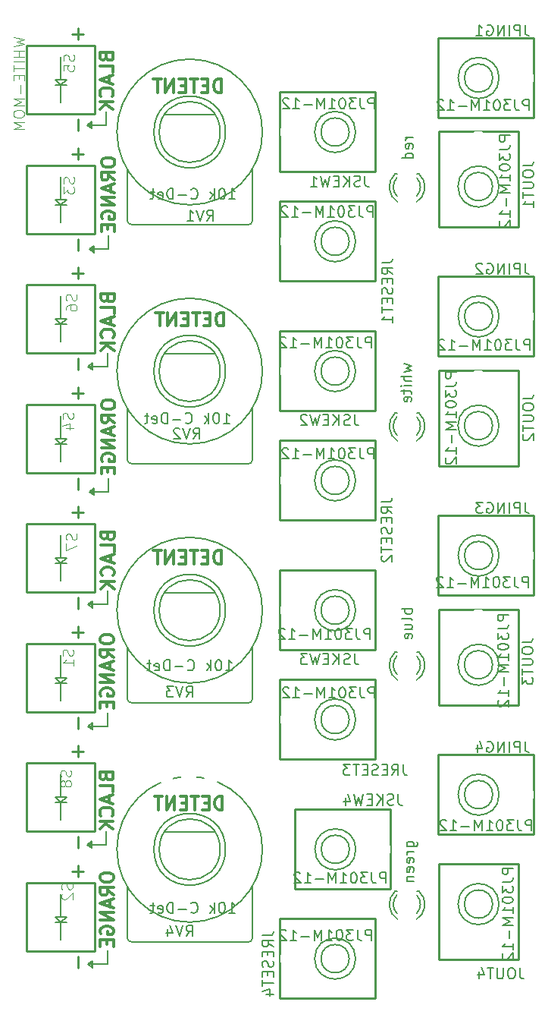
<source format=gbr>
G04 #@! TF.GenerationSoftware,KiCad,Pcbnew,(6.0.0-rc1-dev-1542-gf9f87b3ff-dirty)*
G04 #@! TF.CreationDate,2019-02-04T09:30:53-08:00
G04 #@! TF.ProjectId,qplfo_v22,71706c66-6f5f-4763-9232-2e6b69636164,rev?*
G04 #@! TF.SameCoordinates,PX1329208PY7e341b0*
G04 #@! TF.FileFunction,Legend,Bot*
G04 #@! TF.FilePolarity,Positive*
%FSLAX46Y46*%
G04 Gerber Fmt 4.6, Leading zero omitted, Abs format (unit mm)*
G04 Created by KiCad (PCBNEW (6.0.0-rc1-dev-1542-gf9f87b3ff-dirty)) date Monday, 04 February 2019 at 09:30:53*
%MOMM*%
%LPD*%
G04 APERTURE LIST*
%ADD10C,0.300000*%
%ADD11C,0.200000*%
%ADD12C,0.254000*%
%ADD13C,0.127000*%
%ADD14C,0.150000*%
%ADD15C,0.152400*%
%ADD16C,0.101600*%
%ADD17C,1.930400*%
%ADD18R,1.727200X2.032000*%
%ADD19O,1.727200X2.032000*%
%ADD20C,2.286000*%
%ADD21C,2.499360*%
%ADD22C,1.308000*%
%ADD23R,1.308000X1.308000*%
%ADD24C,2.000000*%
%ADD25R,2.000000X2.000000*%
%ADD26R,1.727200X1.727200*%
%ADD27O,1.727200X1.727200*%
G04 APERTURE END LIST*
D10*
X23719171Y102699429D02*
X23719171Y104199429D01*
X23362028Y104199429D01*
X23147742Y104128000D01*
X23004885Y103985143D01*
X22933457Y103842286D01*
X22862028Y103556572D01*
X22862028Y103342286D01*
X22933457Y103056572D01*
X23004885Y102913715D01*
X23147742Y102770858D01*
X23362028Y102699429D01*
X23719171Y102699429D01*
X22219171Y103485143D02*
X21719171Y103485143D01*
X21504885Y102699429D02*
X22219171Y102699429D01*
X22219171Y104199429D01*
X21504885Y104199429D01*
X21076314Y104199429D02*
X20219171Y104199429D01*
X20647742Y102699429D02*
X20647742Y104199429D01*
X19719171Y103485143D02*
X19219171Y103485143D01*
X19004885Y102699429D02*
X19719171Y102699429D01*
X19719171Y104199429D01*
X19004885Y104199429D01*
X18362028Y102699429D02*
X18362028Y104199429D01*
X17504885Y102699429D01*
X17504885Y104199429D01*
X17004885Y104199429D02*
X16147742Y104199429D01*
X16576314Y102699429D02*
X16576314Y104199429D01*
X23973171Y76664429D02*
X23973171Y78164429D01*
X23616028Y78164429D01*
X23401742Y78093000D01*
X23258885Y77950143D01*
X23187457Y77807286D01*
X23116028Y77521572D01*
X23116028Y77307286D01*
X23187457Y77021572D01*
X23258885Y76878715D01*
X23401742Y76735858D01*
X23616028Y76664429D01*
X23973171Y76664429D01*
X22473171Y77450143D02*
X21973171Y77450143D01*
X21758885Y76664429D02*
X22473171Y76664429D01*
X22473171Y78164429D01*
X21758885Y78164429D01*
X21330314Y78164429D02*
X20473171Y78164429D01*
X20901742Y76664429D02*
X20901742Y78164429D01*
X19973171Y77450143D02*
X19473171Y77450143D01*
X19258885Y76664429D02*
X19973171Y76664429D01*
X19973171Y78164429D01*
X19258885Y78164429D01*
X18616028Y76664429D02*
X18616028Y78164429D01*
X17758885Y76664429D01*
X17758885Y78164429D01*
X17258885Y78164429D02*
X16401742Y78164429D01*
X16830314Y76664429D02*
X16830314Y78164429D01*
X23719171Y50121429D02*
X23719171Y51621429D01*
X23362028Y51621429D01*
X23147742Y51550000D01*
X23004885Y51407143D01*
X22933457Y51264286D01*
X22862028Y50978572D01*
X22862028Y50764286D01*
X22933457Y50478572D01*
X23004885Y50335715D01*
X23147742Y50192858D01*
X23362028Y50121429D01*
X23719171Y50121429D01*
X22219171Y50907143D02*
X21719171Y50907143D01*
X21504885Y50121429D02*
X22219171Y50121429D01*
X22219171Y51621429D01*
X21504885Y51621429D01*
X21076314Y51621429D02*
X20219171Y51621429D01*
X20647742Y50121429D02*
X20647742Y51621429D01*
X19719171Y50907143D02*
X19219171Y50907143D01*
X19004885Y50121429D02*
X19719171Y50121429D01*
X19719171Y51621429D01*
X19004885Y51621429D01*
X18362028Y50121429D02*
X18362028Y51621429D01*
X17504885Y50121429D01*
X17504885Y51621429D01*
X17004885Y51621429D02*
X16147742Y51621429D01*
X16576314Y50121429D02*
X16576314Y51621429D01*
X23846171Y22689429D02*
X23846171Y24189429D01*
X23489028Y24189429D01*
X23274742Y24118000D01*
X23131885Y23975143D01*
X23060457Y23832286D01*
X22989028Y23546572D01*
X22989028Y23332286D01*
X23060457Y23046572D01*
X23131885Y22903715D01*
X23274742Y22760858D01*
X23489028Y22689429D01*
X23846171Y22689429D01*
X22346171Y23475143D02*
X21846171Y23475143D01*
X21631885Y22689429D02*
X22346171Y22689429D01*
X22346171Y24189429D01*
X21631885Y24189429D01*
X21203314Y24189429D02*
X20346171Y24189429D01*
X20774742Y22689429D02*
X20774742Y24189429D01*
X19846171Y23475143D02*
X19346171Y23475143D01*
X19131885Y22689429D02*
X19846171Y22689429D01*
X19846171Y24189429D01*
X19131885Y24189429D01*
X18489028Y22689429D02*
X18489028Y24189429D01*
X17631885Y22689429D01*
X17631885Y24189429D01*
X17131885Y24189429D02*
X16274742Y24189429D01*
X16703314Y22689429D02*
X16703314Y24189429D01*
D11*
X9499600Y85598000D02*
X9372600Y85344000D01*
X8991600Y85217000D02*
X9499600Y85598000D01*
X11150600Y85217000D02*
X8991600Y85217000D01*
X9499600Y85598000D02*
X8991600Y85217000D01*
X11150600Y86741000D02*
X11150600Y85217000D01*
X9499600Y84836000D02*
X9499600Y85598000D01*
X8991600Y85217000D02*
X9499600Y84836000D01*
X9372600Y85344000D02*
X9372600Y85090000D01*
D10*
X10329171Y95063000D02*
X10329171Y94777286D01*
X10400600Y94634429D01*
X10543457Y94491572D01*
X10829171Y94420143D01*
X11329171Y94420143D01*
X11614885Y94491572D01*
X11757742Y94634429D01*
X11829171Y94777286D01*
X11829171Y95063000D01*
X11757742Y95205858D01*
X11614885Y95348715D01*
X11329171Y95420143D01*
X10829171Y95420143D01*
X10543457Y95348715D01*
X10400600Y95205858D01*
X10329171Y95063000D01*
X11829171Y92920143D02*
X11114885Y93420143D01*
X11829171Y93777286D02*
X10329171Y93777286D01*
X10329171Y93205858D01*
X10400600Y93063000D01*
X10472028Y92991572D01*
X10614885Y92920143D01*
X10829171Y92920143D01*
X10972028Y92991572D01*
X11043457Y93063000D01*
X11114885Y93205858D01*
X11114885Y93777286D01*
X11400600Y92348715D02*
X11400600Y91634429D01*
X11829171Y92491572D02*
X10329171Y91991572D01*
X11829171Y91491572D01*
X11829171Y90991572D02*
X10329171Y90991572D01*
X11829171Y90134429D01*
X10329171Y90134429D01*
X10400600Y88634429D02*
X10329171Y88777286D01*
X10329171Y88991572D01*
X10400600Y89205858D01*
X10543457Y89348715D01*
X10686314Y89420143D01*
X10972028Y89491572D01*
X11186314Y89491572D01*
X11472028Y89420143D01*
X11614885Y89348715D01*
X11757742Y89205858D01*
X11829171Y88991572D01*
X11829171Y88848715D01*
X11757742Y88634429D01*
X11686314Y88563000D01*
X11186314Y88563000D01*
X11186314Y88848715D01*
X11043457Y87920143D02*
X11043457Y87420143D01*
X11829171Y87205858D02*
X11829171Y87920143D01*
X10329171Y87920143D01*
X10329171Y87205858D01*
D11*
X9499600Y58547000D02*
X9372600Y58293000D01*
X8991600Y58166000D02*
X9499600Y58547000D01*
X11150600Y58166000D02*
X8991600Y58166000D01*
X9499600Y58547000D02*
X8991600Y58166000D01*
X11150600Y59690000D02*
X11150600Y58166000D01*
X9499600Y57785000D02*
X9499600Y58547000D01*
X8991600Y58166000D02*
X9499600Y57785000D01*
X9372600Y58293000D02*
X9372600Y58039000D01*
D10*
X10329171Y68012000D02*
X10329171Y67726286D01*
X10400600Y67583429D01*
X10543457Y67440572D01*
X10829171Y67369143D01*
X11329171Y67369143D01*
X11614885Y67440572D01*
X11757742Y67583429D01*
X11829171Y67726286D01*
X11829171Y68012000D01*
X11757742Y68154858D01*
X11614885Y68297715D01*
X11329171Y68369143D01*
X10829171Y68369143D01*
X10543457Y68297715D01*
X10400600Y68154858D01*
X10329171Y68012000D01*
X11829171Y65869143D02*
X11114885Y66369143D01*
X11829171Y66726286D02*
X10329171Y66726286D01*
X10329171Y66154858D01*
X10400600Y66012000D01*
X10472028Y65940572D01*
X10614885Y65869143D01*
X10829171Y65869143D01*
X10972028Y65940572D01*
X11043457Y66012000D01*
X11114885Y66154858D01*
X11114885Y66726286D01*
X11400600Y65297715D02*
X11400600Y64583429D01*
X11829171Y65440572D02*
X10329171Y64940572D01*
X11829171Y64440572D01*
X11829171Y63940572D02*
X10329171Y63940572D01*
X11829171Y63083429D01*
X10329171Y63083429D01*
X10400600Y61583429D02*
X10329171Y61726286D01*
X10329171Y61940572D01*
X10400600Y62154858D01*
X10543457Y62297715D01*
X10686314Y62369143D01*
X10972028Y62440572D01*
X11186314Y62440572D01*
X11472028Y62369143D01*
X11614885Y62297715D01*
X11757742Y62154858D01*
X11829171Y61940572D01*
X11829171Y61797715D01*
X11757742Y61583429D01*
X11686314Y61512000D01*
X11186314Y61512000D01*
X11186314Y61797715D01*
X11043457Y60869143D02*
X11043457Y60369143D01*
X11829171Y60154858D02*
X11829171Y60869143D01*
X10329171Y60869143D01*
X10329171Y60154858D01*
D11*
X9372600Y32385000D02*
X9245600Y32131000D01*
X8864600Y32004000D02*
X9372600Y32385000D01*
X11023600Y32004000D02*
X8864600Y32004000D01*
X9372600Y32385000D02*
X8864600Y32004000D01*
X11023600Y33528000D02*
X11023600Y32004000D01*
X9372600Y31623000D02*
X9372600Y32385000D01*
X8864600Y32004000D02*
X9372600Y31623000D01*
X9245600Y32131000D02*
X9245600Y31877000D01*
D10*
X10202171Y41850000D02*
X10202171Y41564286D01*
X10273600Y41421429D01*
X10416457Y41278572D01*
X10702171Y41207143D01*
X11202171Y41207143D01*
X11487885Y41278572D01*
X11630742Y41421429D01*
X11702171Y41564286D01*
X11702171Y41850000D01*
X11630742Y41992858D01*
X11487885Y42135715D01*
X11202171Y42207143D01*
X10702171Y42207143D01*
X10416457Y42135715D01*
X10273600Y41992858D01*
X10202171Y41850000D01*
X11702171Y39707143D02*
X10987885Y40207143D01*
X11702171Y40564286D02*
X10202171Y40564286D01*
X10202171Y39992858D01*
X10273600Y39850000D01*
X10345028Y39778572D01*
X10487885Y39707143D01*
X10702171Y39707143D01*
X10845028Y39778572D01*
X10916457Y39850000D01*
X10987885Y39992858D01*
X10987885Y40564286D01*
X11273600Y39135715D02*
X11273600Y38421429D01*
X11702171Y39278572D02*
X10202171Y38778572D01*
X11702171Y38278572D01*
X11702171Y37778572D02*
X10202171Y37778572D01*
X11702171Y36921429D01*
X10202171Y36921429D01*
X10273600Y35421429D02*
X10202171Y35564286D01*
X10202171Y35778572D01*
X10273600Y35992858D01*
X10416457Y36135715D01*
X10559314Y36207143D01*
X10845028Y36278572D01*
X11059314Y36278572D01*
X11345028Y36207143D01*
X11487885Y36135715D01*
X11630742Y35992858D01*
X11702171Y35778572D01*
X11702171Y35635715D01*
X11630742Y35421429D01*
X11559314Y35350000D01*
X11059314Y35350000D01*
X11059314Y35635715D01*
X10916457Y34707143D02*
X10916457Y34207143D01*
X11702171Y33992858D02*
X11702171Y34707143D01*
X10202171Y34707143D01*
X10202171Y33992858D01*
X10202171Y15307000D02*
X10202171Y15021286D01*
X10273600Y14878429D01*
X10416457Y14735572D01*
X10702171Y14664143D01*
X11202171Y14664143D01*
X11487885Y14735572D01*
X11630742Y14878429D01*
X11702171Y15021286D01*
X11702171Y15307000D01*
X11630742Y15449858D01*
X11487885Y15592715D01*
X11202171Y15664143D01*
X10702171Y15664143D01*
X10416457Y15592715D01*
X10273600Y15449858D01*
X10202171Y15307000D01*
X11702171Y13164143D02*
X10987885Y13664143D01*
X11702171Y14021286D02*
X10202171Y14021286D01*
X10202171Y13449858D01*
X10273600Y13307000D01*
X10345028Y13235572D01*
X10487885Y13164143D01*
X10702171Y13164143D01*
X10845028Y13235572D01*
X10916457Y13307000D01*
X10987885Y13449858D01*
X10987885Y14021286D01*
X11273600Y12592715D02*
X11273600Y11878429D01*
X11702171Y12735572D02*
X10202171Y12235572D01*
X11702171Y11735572D01*
X11702171Y11235572D02*
X10202171Y11235572D01*
X11702171Y10378429D01*
X10202171Y10378429D01*
X10273600Y8878429D02*
X10202171Y9021286D01*
X10202171Y9235572D01*
X10273600Y9449858D01*
X10416457Y9592715D01*
X10559314Y9664143D01*
X10845028Y9735572D01*
X11059314Y9735572D01*
X11345028Y9664143D01*
X11487885Y9592715D01*
X11630742Y9449858D01*
X11702171Y9235572D01*
X11702171Y9092715D01*
X11630742Y8878429D01*
X11559314Y8807000D01*
X11059314Y8807000D01*
X11059314Y9092715D01*
X10916457Y8164143D02*
X10916457Y7664143D01*
X11702171Y7449858D02*
X11702171Y8164143D01*
X10202171Y8164143D01*
X10202171Y7449858D01*
D11*
X9372600Y5842000D02*
X9245600Y5588000D01*
X9372600Y5842000D02*
X8864600Y5461000D01*
X8864600Y5461000D02*
X9372600Y5842000D01*
X11023600Y5461000D02*
X8864600Y5461000D01*
X11023600Y6985000D02*
X11023600Y5461000D01*
X9245600Y5588000D02*
X9245600Y5334000D01*
X8864600Y5461000D02*
X9372600Y5080000D01*
X9372600Y5080000D02*
X9372600Y5842000D01*
D10*
X10865657Y26391858D02*
X10937085Y26177572D01*
X11008514Y26106143D01*
X11151371Y26034715D01*
X11365657Y26034715D01*
X11508514Y26106143D01*
X11579942Y26177572D01*
X11651371Y26320429D01*
X11651371Y26891858D01*
X10151371Y26891858D01*
X10151371Y26391858D01*
X10222800Y26249000D01*
X10294228Y26177572D01*
X10437085Y26106143D01*
X10579942Y26106143D01*
X10722800Y26177572D01*
X10794228Y26249000D01*
X10865657Y26391858D01*
X10865657Y26891858D01*
X11651371Y24677572D02*
X11651371Y25391858D01*
X10151371Y25391858D01*
X11222800Y24249000D02*
X11222800Y23534715D01*
X11651371Y24391858D02*
X10151371Y23891858D01*
X11651371Y23391858D01*
X11508514Y22034715D02*
X11579942Y22106143D01*
X11651371Y22320429D01*
X11651371Y22463286D01*
X11579942Y22677572D01*
X11437085Y22820429D01*
X11294228Y22891858D01*
X11008514Y22963286D01*
X10794228Y22963286D01*
X10508514Y22891858D01*
X10365657Y22820429D01*
X10222800Y22677572D01*
X10151371Y22463286D01*
X10151371Y22320429D01*
X10222800Y22106143D01*
X10294228Y22034715D01*
X11651371Y21391858D02*
X10151371Y21391858D01*
X11651371Y20534715D02*
X10794228Y21177572D01*
X10151371Y20534715D02*
X11008514Y21391858D01*
D11*
X9245600Y19177000D02*
X9118600Y18923000D01*
X9245600Y19177000D02*
X8737600Y18796000D01*
X8737600Y18796000D02*
X9245600Y19177000D01*
X10896600Y18796000D02*
X8737600Y18796000D01*
X10896600Y20320000D02*
X10896600Y18796000D01*
X9118600Y18923000D02*
X9118600Y18669000D01*
X8737600Y18796000D02*
X9245600Y18415000D01*
X9245600Y18415000D02*
X9245600Y19177000D01*
D10*
X10992657Y53188858D02*
X11064085Y52974572D01*
X11135514Y52903143D01*
X11278371Y52831715D01*
X11492657Y52831715D01*
X11635514Y52903143D01*
X11706942Y52974572D01*
X11778371Y53117429D01*
X11778371Y53688858D01*
X10278371Y53688858D01*
X10278371Y53188858D01*
X10349800Y53046000D01*
X10421228Y52974572D01*
X10564085Y52903143D01*
X10706942Y52903143D01*
X10849800Y52974572D01*
X10921228Y53046000D01*
X10992657Y53188858D01*
X10992657Y53688858D01*
X11778371Y51474572D02*
X11778371Y52188858D01*
X10278371Y52188858D01*
X11349800Y51046000D02*
X11349800Y50331715D01*
X11778371Y51188858D02*
X10278371Y50688858D01*
X11778371Y50188858D01*
X11635514Y48831715D02*
X11706942Y48903143D01*
X11778371Y49117429D01*
X11778371Y49260286D01*
X11706942Y49474572D01*
X11564085Y49617429D01*
X11421228Y49688858D01*
X11135514Y49760286D01*
X10921228Y49760286D01*
X10635514Y49688858D01*
X10492657Y49617429D01*
X10349800Y49474572D01*
X10278371Y49260286D01*
X10278371Y49117429D01*
X10349800Y48903143D01*
X10421228Y48831715D01*
X11778371Y48188858D02*
X10278371Y48188858D01*
X11778371Y47331715D02*
X10921228Y47974572D01*
X10278371Y47331715D02*
X11135514Y48188858D01*
D11*
X9372600Y45974000D02*
X9245600Y45720000D01*
X9372600Y45974000D02*
X8864600Y45593000D01*
X8864600Y45593000D02*
X9372600Y45974000D01*
X11023600Y45593000D02*
X8864600Y45593000D01*
X11023600Y47117000D02*
X11023600Y45593000D01*
X9245600Y45720000D02*
X9245600Y45466000D01*
X8864600Y45593000D02*
X9372600Y45212000D01*
X9372600Y45212000D02*
X9372600Y45974000D01*
D10*
X10992657Y79731858D02*
X11064085Y79517572D01*
X11135514Y79446143D01*
X11278371Y79374715D01*
X11492657Y79374715D01*
X11635514Y79446143D01*
X11706942Y79517572D01*
X11778371Y79660429D01*
X11778371Y80231858D01*
X10278371Y80231858D01*
X10278371Y79731858D01*
X10349800Y79589000D01*
X10421228Y79517572D01*
X10564085Y79446143D01*
X10706942Y79446143D01*
X10849800Y79517572D01*
X10921228Y79589000D01*
X10992657Y79731858D01*
X10992657Y80231858D01*
X11778371Y78017572D02*
X11778371Y78731858D01*
X10278371Y78731858D01*
X11349800Y77589000D02*
X11349800Y76874715D01*
X11778371Y77731858D02*
X10278371Y77231858D01*
X11778371Y76731858D01*
X11635514Y75374715D02*
X11706942Y75446143D01*
X11778371Y75660429D01*
X11778371Y75803286D01*
X11706942Y76017572D01*
X11564085Y76160429D01*
X11421228Y76231858D01*
X11135514Y76303286D01*
X10921228Y76303286D01*
X10635514Y76231858D01*
X10492657Y76160429D01*
X10349800Y76017572D01*
X10278371Y75803286D01*
X10278371Y75660429D01*
X10349800Y75446143D01*
X10421228Y75374715D01*
X11778371Y74731858D02*
X10278371Y74731858D01*
X11778371Y73874715D02*
X10921228Y74517572D01*
X10278371Y73874715D02*
X11135514Y74731858D01*
D11*
X9372600Y72517000D02*
X9245600Y72263000D01*
X9372600Y72517000D02*
X8864600Y72136000D01*
X8864600Y72136000D02*
X9372600Y72517000D01*
X11023600Y72136000D02*
X8864600Y72136000D01*
X11023600Y73660000D02*
X11023600Y72136000D01*
X9245600Y72263000D02*
X9245600Y72009000D01*
X8864600Y72136000D02*
X9372600Y71755000D01*
X9372600Y71755000D02*
X9372600Y72517000D01*
X9118600Y99187000D02*
X9118600Y98933000D01*
X9245600Y99441000D02*
X9118600Y99187000D01*
X9245600Y98679000D02*
X9245600Y99441000D01*
X8737600Y99060000D02*
X9245600Y98679000D01*
X9245600Y99441000D02*
X8737600Y99060000D01*
X8737600Y99060000D02*
X9245600Y99441000D01*
X10896600Y99060000D02*
X8737600Y99060000D01*
X10896600Y100584000D02*
X10896600Y99060000D01*
D10*
X10865657Y106655858D02*
X10937085Y106441572D01*
X11008514Y106370143D01*
X11151371Y106298715D01*
X11365657Y106298715D01*
X11508514Y106370143D01*
X11579942Y106441572D01*
X11651371Y106584429D01*
X11651371Y107155858D01*
X10151371Y107155858D01*
X10151371Y106655858D01*
X10222800Y106513000D01*
X10294228Y106441572D01*
X10437085Y106370143D01*
X10579942Y106370143D01*
X10722800Y106441572D01*
X10794228Y106513000D01*
X10865657Y106655858D01*
X10865657Y107155858D01*
X11651371Y104941572D02*
X11651371Y105655858D01*
X10151371Y105655858D01*
X11222800Y104513000D02*
X11222800Y103798715D01*
X11651371Y104655858D02*
X10151371Y104155858D01*
X11651371Y103655858D01*
X11508514Y102298715D02*
X11579942Y102370143D01*
X11651371Y102584429D01*
X11651371Y102727286D01*
X11579942Y102941572D01*
X11437085Y103084429D01*
X11294228Y103155858D01*
X11008514Y103227286D01*
X10794228Y103227286D01*
X10508514Y103155858D01*
X10365657Y103084429D01*
X10222800Y102941572D01*
X10151371Y102727286D01*
X10151371Y102584429D01*
X10222800Y102370143D01*
X10294228Y102298715D01*
X11651371Y101655858D02*
X10151371Y101655858D01*
X11651371Y100798715D02*
X10794228Y101441572D01*
X10151371Y100798715D02*
X11008514Y101655858D01*
D12*
X48006000Y87706200D02*
X48006000Y98374200D01*
X48006000Y98374200D02*
X56896000Y98374200D01*
X56896000Y98374200D02*
X56896000Y87706200D01*
X56896000Y87706200D02*
X48006000Y87706200D01*
D13*
X54025800Y92214700D02*
G75*
G03X54025800Y92214700I-1574800J0D01*
G01*
X54737000Y92214700D02*
G75*
G03X54737000Y92214700I-2286000J0D01*
G01*
D12*
X48006000Y61036200D02*
X48006000Y71704200D01*
X48006000Y71704200D02*
X56896000Y71704200D01*
X56896000Y71704200D02*
X56896000Y61036200D01*
X56896000Y61036200D02*
X48006000Y61036200D01*
D13*
X54025800Y65544700D02*
G75*
G03X54025800Y65544700I-1574800J0D01*
G01*
X54737000Y65544700D02*
G75*
G03X54737000Y65544700I-2286000J0D01*
G01*
D12*
X48006000Y34366200D02*
X48006000Y45034200D01*
X48006000Y45034200D02*
X56896000Y45034200D01*
X56896000Y45034200D02*
X56896000Y34366200D01*
X56896000Y34366200D02*
X48006000Y34366200D01*
D13*
X54025800Y38874700D02*
G75*
G03X54025800Y38874700I-1574800J0D01*
G01*
X54737000Y38874700D02*
G75*
G03X54737000Y38874700I-2286000J0D01*
G01*
D12*
X56896000Y16687800D02*
X56896000Y6019800D01*
X56896000Y6019800D02*
X48006000Y6019800D01*
X48006000Y6019800D02*
X48006000Y16687800D01*
X48006000Y16687800D02*
X56896000Y16687800D01*
D13*
X54025800Y12179300D02*
G75*
G03X54025800Y12179300I-1574800J0D01*
G01*
X54737000Y12179300D02*
G75*
G03X54737000Y12179300I-2286000J0D01*
G01*
D12*
X47955200Y108762800D02*
X58623200Y108762800D01*
X58623200Y108762800D02*
X58623200Y99872800D01*
X58623200Y99872800D02*
X47955200Y99872800D01*
X47955200Y99872800D02*
X47955200Y108762800D01*
D13*
X54038500Y104317800D02*
G75*
G03X54038500Y104317800I-1574800J0D01*
G01*
X54749700Y104317800D02*
G75*
G03X54749700Y104317800I-2286000J0D01*
G01*
D12*
X47955200Y82169000D02*
X58623200Y82169000D01*
X58623200Y82169000D02*
X58623200Y73279000D01*
X58623200Y73279000D02*
X47955200Y73279000D01*
X47955200Y73279000D02*
X47955200Y82169000D01*
D13*
X54038500Y77724000D02*
G75*
G03X54038500Y77724000I-1574800J0D01*
G01*
X54749700Y77724000D02*
G75*
G03X54749700Y77724000I-2286000J0D01*
G01*
D12*
X47955200Y55499000D02*
X58623200Y55499000D01*
X58623200Y55499000D02*
X58623200Y46609000D01*
X58623200Y46609000D02*
X47955200Y46609000D01*
X47955200Y46609000D02*
X47955200Y55499000D01*
D13*
X54038500Y51054000D02*
G75*
G03X54038500Y51054000I-1574800J0D01*
G01*
X54749700Y51054000D02*
G75*
G03X54749700Y51054000I-2286000J0D01*
G01*
D12*
X47955200Y28829000D02*
X58623200Y28829000D01*
X58623200Y28829000D02*
X58623200Y19939000D01*
X58623200Y19939000D02*
X47955200Y19939000D01*
X47955200Y19939000D02*
X47955200Y28829000D01*
D13*
X54038500Y24384000D02*
G75*
G03X54038500Y24384000I-1574800J0D01*
G01*
X54749700Y24384000D02*
G75*
G03X54749700Y24384000I-2286000J0D01*
G01*
D12*
X40944800Y81661000D02*
X30276800Y81661000D01*
X30276800Y81661000D02*
X30276800Y90551000D01*
X30276800Y90551000D02*
X40944800Y90551000D01*
X40944800Y90551000D02*
X40944800Y81661000D01*
D13*
X38011100Y86106000D02*
G75*
G03X38011100Y86106000I-1574800J0D01*
G01*
X38722300Y86106000D02*
G75*
G03X38722300Y86106000I-2286000J0D01*
G01*
D12*
X40944800Y54991000D02*
X30276800Y54991000D01*
X30276800Y54991000D02*
X30276800Y63881000D01*
X30276800Y63881000D02*
X40944800Y63881000D01*
X40944800Y63881000D02*
X40944800Y54991000D01*
D13*
X38011100Y59436000D02*
G75*
G03X38011100Y59436000I-1574800J0D01*
G01*
X38722300Y59436000D02*
G75*
G03X38722300Y59436000I-2286000J0D01*
G01*
D12*
X40944800Y28321000D02*
X30276800Y28321000D01*
X30276800Y28321000D02*
X30276800Y37211000D01*
X30276800Y37211000D02*
X40944800Y37211000D01*
X40944800Y37211000D02*
X40944800Y28321000D01*
D13*
X38011100Y32766000D02*
G75*
G03X38011100Y32766000I-1574800J0D01*
G01*
X38722300Y32766000D02*
G75*
G03X38722300Y32766000I-2286000J0D01*
G01*
D12*
X40944800Y1651000D02*
X30276800Y1651000D01*
X30276800Y1651000D02*
X30276800Y10541000D01*
X30276800Y10541000D02*
X40944800Y10541000D01*
X40944800Y10541000D02*
X40944800Y1651000D01*
D13*
X38011100Y6096000D02*
G75*
G03X38011100Y6096000I-1574800J0D01*
G01*
X38722300Y6096000D02*
G75*
G03X38722300Y6096000I-2286000J0D01*
G01*
D12*
X40944800Y93853000D02*
X30276800Y93853000D01*
X30276800Y93853000D02*
X30276800Y102743000D01*
X30276800Y102743000D02*
X40944800Y102743000D01*
X40944800Y102743000D02*
X40944800Y93853000D01*
D13*
X38011100Y98298000D02*
G75*
G03X38011100Y98298000I-1574800J0D01*
G01*
X38722300Y98298000D02*
G75*
G03X38722300Y98298000I-2286000J0D01*
G01*
D12*
X40944800Y67183000D02*
X30276800Y67183000D01*
X30276800Y67183000D02*
X30276800Y76073000D01*
X30276800Y76073000D02*
X40944800Y76073000D01*
X40944800Y76073000D02*
X40944800Y67183000D01*
D13*
X38011100Y71628000D02*
G75*
G03X38011100Y71628000I-1574800J0D01*
G01*
X38722300Y71628000D02*
G75*
G03X38722300Y71628000I-2286000J0D01*
G01*
D12*
X40944800Y40513000D02*
X30276800Y40513000D01*
X30276800Y40513000D02*
X30276800Y49403000D01*
X30276800Y49403000D02*
X40944800Y49403000D01*
X40944800Y49403000D02*
X40944800Y40513000D01*
D13*
X38011100Y44958000D02*
G75*
G03X38011100Y44958000I-1574800J0D01*
G01*
X38722300Y44958000D02*
G75*
G03X38722300Y44958000I-2286000J0D01*
G01*
D12*
X31953200Y22733000D02*
X42621200Y22733000D01*
X42621200Y22733000D02*
X42621200Y13843000D01*
X42621200Y13843000D02*
X31953200Y13843000D01*
X31953200Y13843000D02*
X31953200Y22733000D01*
D13*
X38036500Y18288000D02*
G75*
G03X38036500Y18288000I-1574800J0D01*
G01*
X38747700Y18288000D02*
G75*
G03X38747700Y18288000I-2286000J0D01*
G01*
X27193000Y94171000D02*
X27193000Y88386106D01*
X26739894Y87933000D02*
G75*
G03X27193000Y88386106I0J453106D01*
G01*
X26739894Y87933000D02*
X13773106Y87933000D01*
X13193000Y88513106D02*
G75*
G03X13773106Y87933000I580106J0D01*
G01*
X13193000Y88513106D02*
X13193000Y94171000D01*
X23593000Y98298000D02*
G75*
G03X23593000Y98298000I-3400000J0D01*
G01*
X28321000Y98298000D02*
G75*
G03X28321000Y98298000I-8128000J0D01*
G01*
X24193000Y98298000D02*
G75*
G03X24193000Y98298000I-4000000J0D01*
G01*
X22931000Y100203000D02*
X17455000Y100203000D01*
X27193000Y67501000D02*
X27193000Y61716106D01*
X26739894Y61263000D02*
G75*
G03X27193000Y61716106I0J453106D01*
G01*
X26739894Y61263000D02*
X13773106Y61263000D01*
X13193000Y61843106D02*
G75*
G03X13773106Y61263000I580106J0D01*
G01*
X13193000Y61843106D02*
X13193000Y67501000D01*
X23593000Y71628000D02*
G75*
G03X23593000Y71628000I-3400000J0D01*
G01*
X28321000Y71628000D02*
G75*
G03X28321000Y71628000I-8128000J0D01*
G01*
X24193000Y71628000D02*
G75*
G03X24193000Y71628000I-4000000J0D01*
G01*
X22931000Y73533000D02*
X17455000Y73533000D01*
X27193000Y40831000D02*
X27193000Y35046106D01*
X26739894Y34593000D02*
G75*
G03X27193000Y35046106I0J453106D01*
G01*
X26739894Y34593000D02*
X13773106Y34593000D01*
X13193000Y35173106D02*
G75*
G03X13773106Y34593000I580106J0D01*
G01*
X13193000Y35173106D02*
X13193000Y40831000D01*
X23593000Y44958000D02*
G75*
G03X23593000Y44958000I-3400000J0D01*
G01*
X28321000Y44958000D02*
G75*
G03X28321000Y44958000I-8128000J0D01*
G01*
X24193000Y44958000D02*
G75*
G03X24193000Y44958000I-4000000J0D01*
G01*
X22931000Y46863000D02*
X17455000Y46863000D01*
X27193000Y14161000D02*
X27193000Y8376106D01*
X26739894Y7923000D02*
G75*
G03X27193000Y8376106I0J453106D01*
G01*
X26739894Y7923000D02*
X13773106Y7923000D01*
X13193000Y8503106D02*
G75*
G03X13773106Y7923000I580106J0D01*
G01*
X13193000Y8503106D02*
X13193000Y14161000D01*
X23593000Y18288000D02*
G75*
G03X23593000Y18288000I-3400000J0D01*
G01*
X28321000Y18288000D02*
G75*
G03X28321000Y18288000I-8128000J0D01*
G01*
X24193000Y18288000D02*
G75*
G03X24193000Y18288000I-4000000J0D01*
G01*
X22931000Y20193000D02*
X17455000Y20193000D01*
D12*
X9601200Y33630000D02*
X1981200Y33630000D01*
X1981200Y33630000D02*
X1981200Y41250000D01*
X1981200Y41250000D02*
X9601200Y41250000D01*
X9601200Y41250000D02*
X9601200Y33630000D01*
D13*
X5791200Y39980000D02*
X5791200Y37440000D01*
X5791200Y37440000D02*
X6426200Y37440000D01*
X6426200Y37440000D02*
X5791200Y36805000D01*
X5791200Y36805000D02*
X5156200Y37440000D01*
X5156200Y37440000D02*
X5791200Y37440000D01*
X6426200Y36805000D02*
X5791200Y36805000D01*
X5791200Y36805000D02*
X5156200Y36805000D01*
X5791200Y36805000D02*
X5791200Y34900000D01*
D12*
X7061200Y42520000D02*
X8331200Y42520000D01*
X7696200Y41885000D02*
X7696200Y43155000D01*
X7696200Y31725000D02*
X7696200Y32995000D01*
X9601200Y6960000D02*
X1981200Y6960000D01*
X1981200Y6960000D02*
X1981200Y14580000D01*
X1981200Y14580000D02*
X9601200Y14580000D01*
X9601200Y14580000D02*
X9601200Y6960000D01*
D13*
X5791200Y13310000D02*
X5791200Y10770000D01*
X5791200Y10770000D02*
X6426200Y10770000D01*
X6426200Y10770000D02*
X5791200Y10135000D01*
X5791200Y10135000D02*
X5156200Y10770000D01*
X5156200Y10770000D02*
X5791200Y10770000D01*
X6426200Y10135000D02*
X5791200Y10135000D01*
X5791200Y10135000D02*
X5156200Y10135000D01*
X5791200Y10135000D02*
X5791200Y8230000D01*
D12*
X7061200Y15850000D02*
X8331200Y15850000D01*
X7696200Y15215000D02*
X7696200Y16485000D01*
X7696200Y5055000D02*
X7696200Y6325000D01*
X9601200Y86969600D02*
X1981200Y86969600D01*
X1981200Y86969600D02*
X1981200Y94589600D01*
X1981200Y94589600D02*
X9601200Y94589600D01*
X9601200Y94589600D02*
X9601200Y86969600D01*
D13*
X5791200Y93319600D02*
X5791200Y90779600D01*
X5791200Y90779600D02*
X6426200Y90779600D01*
X6426200Y90779600D02*
X5791200Y90144600D01*
X5791200Y90144600D02*
X5156200Y90779600D01*
X5156200Y90779600D02*
X5791200Y90779600D01*
X6426200Y90144600D02*
X5791200Y90144600D01*
X5791200Y90144600D02*
X5156200Y90144600D01*
X5791200Y90144600D02*
X5791200Y88239600D01*
D12*
X7061200Y95859600D02*
X8331200Y95859600D01*
X7696200Y95224600D02*
X7696200Y96494600D01*
X7696200Y85064600D02*
X7696200Y86334600D01*
X9601200Y60299600D02*
X1981200Y60299600D01*
X1981200Y60299600D02*
X1981200Y67919600D01*
X1981200Y67919600D02*
X9601200Y67919600D01*
X9601200Y67919600D02*
X9601200Y60299600D01*
D13*
X5791200Y66649600D02*
X5791200Y64109600D01*
X5791200Y64109600D02*
X6426200Y64109600D01*
X6426200Y64109600D02*
X5791200Y63474600D01*
X5791200Y63474600D02*
X5156200Y64109600D01*
X5156200Y64109600D02*
X5791200Y64109600D01*
X6426200Y63474600D02*
X5791200Y63474600D01*
X5791200Y63474600D02*
X5156200Y63474600D01*
X5791200Y63474600D02*
X5791200Y61569600D01*
D12*
X7061200Y69189600D02*
X8331200Y69189600D01*
X7696200Y68554600D02*
X7696200Y69824600D01*
X7696200Y58394600D02*
X7696200Y59664600D01*
X9601200Y100330000D02*
X1981200Y100330000D01*
X1981200Y100330000D02*
X1981200Y107950000D01*
X1981200Y107950000D02*
X9601200Y107950000D01*
X9601200Y107950000D02*
X9601200Y100330000D01*
D13*
X5791200Y106680000D02*
X5791200Y104140000D01*
X5791200Y104140000D02*
X6426200Y104140000D01*
X6426200Y104140000D02*
X5791200Y103505000D01*
X5791200Y103505000D02*
X5156200Y104140000D01*
X5156200Y104140000D02*
X5791200Y104140000D01*
X6426200Y103505000D02*
X5791200Y103505000D01*
X5791200Y103505000D02*
X5156200Y103505000D01*
X5791200Y103505000D02*
X5791200Y101600000D01*
D12*
X7061200Y109220000D02*
X8331200Y109220000D01*
X7696200Y108585000D02*
X7696200Y109855000D01*
X7696200Y98425000D02*
X7696200Y99695000D01*
X9601200Y73660000D02*
X1981200Y73660000D01*
X1981200Y73660000D02*
X1981200Y81280000D01*
X1981200Y81280000D02*
X9601200Y81280000D01*
X9601200Y81280000D02*
X9601200Y73660000D01*
D13*
X5791200Y80010000D02*
X5791200Y77470000D01*
X5791200Y77470000D02*
X6426200Y77470000D01*
X6426200Y77470000D02*
X5791200Y76835000D01*
X5791200Y76835000D02*
X5156200Y77470000D01*
X5156200Y77470000D02*
X5791200Y77470000D01*
X6426200Y76835000D02*
X5791200Y76835000D01*
X5791200Y76835000D02*
X5156200Y76835000D01*
X5791200Y76835000D02*
X5791200Y74930000D01*
D12*
X7061200Y82550000D02*
X8331200Y82550000D01*
X7696200Y81915000D02*
X7696200Y83185000D01*
X7696200Y71755000D02*
X7696200Y73025000D01*
X9601200Y46990000D02*
X1981200Y46990000D01*
X1981200Y46990000D02*
X1981200Y54610000D01*
X1981200Y54610000D02*
X9601200Y54610000D01*
X9601200Y54610000D02*
X9601200Y46990000D01*
D13*
X5791200Y53340000D02*
X5791200Y50800000D01*
X5791200Y50800000D02*
X6426200Y50800000D01*
X6426200Y50800000D02*
X5791200Y50165000D01*
X5791200Y50165000D02*
X5156200Y50800000D01*
X5156200Y50800000D02*
X5791200Y50800000D01*
X6426200Y50165000D02*
X5791200Y50165000D01*
X5791200Y50165000D02*
X5156200Y50165000D01*
X5791200Y50165000D02*
X5791200Y48260000D01*
D12*
X7061200Y55880000D02*
X8331200Y55880000D01*
X7696200Y55245000D02*
X7696200Y56515000D01*
X7696200Y45085000D02*
X7696200Y46355000D01*
X9601200Y20320000D02*
X1981200Y20320000D01*
X1981200Y20320000D02*
X1981200Y27940000D01*
X1981200Y27940000D02*
X9601200Y27940000D01*
X9601200Y27940000D02*
X9601200Y20320000D01*
D13*
X5791200Y26670000D02*
X5791200Y24130000D01*
X5791200Y24130000D02*
X6426200Y24130000D01*
X6426200Y24130000D02*
X5791200Y23495000D01*
X5791200Y23495000D02*
X5156200Y24130000D01*
X5156200Y24130000D02*
X5791200Y24130000D01*
X6426200Y23495000D02*
X5791200Y23495000D01*
X5791200Y23495000D02*
X5156200Y23495000D01*
X5791200Y23495000D02*
X5791200Y21590000D01*
D12*
X7061200Y29210000D02*
X8331200Y29210000D01*
X7696200Y28575000D02*
X7696200Y29845000D01*
X7696200Y18415000D02*
X7696200Y19685000D01*
D14*
X45764000Y40331000D02*
X45564000Y40331000D01*
X43170000Y40331000D02*
X43350000Y40331000D01*
X43480357Y37103256D02*
G75*
G02X43164000Y40331000I1003643J1727744D01*
G01*
X43350932Y37778994D02*
G75*
G02X43350000Y39882000I1133068J1052006D01*
G01*
X45790726Y40318220D02*
G75*
G02X45444000Y37081000I-1306726J-1497220D01*
G01*
X45563253Y39844889D02*
G75*
G02X45544000Y37797000I-1079253J-1013889D01*
G01*
X45764000Y13661000D02*
X45564000Y13661000D01*
X43170000Y13661000D02*
X43350000Y13661000D01*
X43480357Y10433256D02*
G75*
G02X43164000Y13661000I1003643J1727744D01*
G01*
X43350932Y11108994D02*
G75*
G02X43350000Y13212000I1133068J1052006D01*
G01*
X45790726Y13648220D02*
G75*
G02X45444000Y10411000I-1306726J-1497220D01*
G01*
X45563253Y13174889D02*
G75*
G02X45544000Y11127000I-1079253J-1013889D01*
G01*
X45764000Y93671000D02*
X45564000Y93671000D01*
X43170000Y93671000D02*
X43350000Y93671000D01*
X43480357Y90443256D02*
G75*
G02X43164000Y93671000I1003643J1727744D01*
G01*
X43350932Y91118994D02*
G75*
G02X43350000Y93222000I1133068J1052006D01*
G01*
X45790726Y93658220D02*
G75*
G02X45444000Y90421000I-1306726J-1497220D01*
G01*
X45563253Y93184889D02*
G75*
G02X45544000Y91137000I-1079253J-1013889D01*
G01*
X45764000Y67001000D02*
X45564000Y67001000D01*
X43170000Y67001000D02*
X43350000Y67001000D01*
X43480357Y63773256D02*
G75*
G02X43164000Y67001000I1003643J1727744D01*
G01*
X43350932Y64448994D02*
G75*
G02X43350000Y66552000I1133068J1052006D01*
G01*
X45790726Y66988220D02*
G75*
G02X45444000Y63751000I-1306726J-1497220D01*
G01*
X45563253Y66514889D02*
G75*
G02X45544000Y64467000I-1079253J-1013889D01*
G01*
D15*
X57410047Y94544364D02*
X58271833Y94544364D01*
X58444190Y94601817D01*
X58559095Y94716721D01*
X58616547Y94889079D01*
X58616547Y95003983D01*
X57410047Y93740031D02*
X57410047Y93510221D01*
X57467500Y93395317D01*
X57582404Y93280412D01*
X57812214Y93222960D01*
X58214380Y93222960D01*
X58444190Y93280412D01*
X58559095Y93395317D01*
X58616547Y93510221D01*
X58616547Y93740031D01*
X58559095Y93854936D01*
X58444190Y93969840D01*
X58214380Y94027293D01*
X57812214Y94027293D01*
X57582404Y93969840D01*
X57467500Y93854936D01*
X57410047Y93740031D01*
X57410047Y92705888D02*
X58386738Y92705888D01*
X58501642Y92648436D01*
X58559095Y92590983D01*
X58616547Y92476079D01*
X58616547Y92246269D01*
X58559095Y92131364D01*
X58501642Y92073912D01*
X58386738Y92016460D01*
X57410047Y92016460D01*
X57410047Y91614293D02*
X57410047Y90924864D01*
X58616547Y91269579D02*
X57410047Y91269579D01*
X58616547Y89890721D02*
X58616547Y90580150D01*
X58616547Y90235436D02*
X57410047Y90235436D01*
X57582404Y90350340D01*
X57697309Y90465245D01*
X57754761Y90580150D01*
X55987647Y97911679D02*
X54781147Y97911679D01*
X54781147Y97452060D01*
X54838600Y97337155D01*
X54896052Y97279702D01*
X55010957Y97222250D01*
X55183314Y97222250D01*
X55298219Y97279702D01*
X55355671Y97337155D01*
X55413123Y97452060D01*
X55413123Y97911679D01*
X54781147Y96360464D02*
X55642933Y96360464D01*
X55815290Y96417917D01*
X55930195Y96532821D01*
X55987647Y96705179D01*
X55987647Y96820083D01*
X54781147Y95900845D02*
X54781147Y95153964D01*
X55240766Y95556131D01*
X55240766Y95383774D01*
X55298219Y95268869D01*
X55355671Y95211417D01*
X55470576Y95153964D01*
X55757838Y95153964D01*
X55872742Y95211417D01*
X55930195Y95268869D01*
X55987647Y95383774D01*
X55987647Y95728488D01*
X55930195Y95843393D01*
X55872742Y95900845D01*
X54781147Y94407083D02*
X54781147Y94292179D01*
X54838600Y94177274D01*
X54896052Y94119821D01*
X55010957Y94062369D01*
X55240766Y94004917D01*
X55528028Y94004917D01*
X55757838Y94062369D01*
X55872742Y94119821D01*
X55930195Y94177274D01*
X55987647Y94292179D01*
X55987647Y94407083D01*
X55930195Y94521988D01*
X55872742Y94579440D01*
X55757838Y94636893D01*
X55528028Y94694345D01*
X55240766Y94694345D01*
X55010957Y94636893D01*
X54896052Y94579440D01*
X54838600Y94521988D01*
X54781147Y94407083D01*
X55987647Y92855869D02*
X55987647Y93545298D01*
X55987647Y93200583D02*
X54781147Y93200583D01*
X54953504Y93315488D01*
X55068409Y93430393D01*
X55125861Y93545298D01*
X55987647Y92338798D02*
X54781147Y92338798D01*
X55642933Y91936631D01*
X54781147Y91534464D01*
X55987647Y91534464D01*
X55528028Y90959940D02*
X55528028Y90040702D01*
X55987647Y88834202D02*
X55987647Y89523631D01*
X55987647Y89178917D02*
X54781147Y89178917D01*
X54953504Y89293821D01*
X55068409Y89408726D01*
X55125861Y89523631D01*
X54896052Y88374583D02*
X54838600Y88317131D01*
X54781147Y88202226D01*
X54781147Y87914964D01*
X54838600Y87800060D01*
X54896052Y87742607D01*
X55010957Y87685155D01*
X55125861Y87685155D01*
X55298219Y87742607D01*
X55987647Y88432036D01*
X55987647Y87685155D01*
X57384647Y68547464D02*
X58246433Y68547464D01*
X58418790Y68604917D01*
X58533695Y68719821D01*
X58591147Y68892179D01*
X58591147Y69007083D01*
X57384647Y67743131D02*
X57384647Y67513321D01*
X57442100Y67398417D01*
X57557004Y67283512D01*
X57786814Y67226060D01*
X58188980Y67226060D01*
X58418790Y67283512D01*
X58533695Y67398417D01*
X58591147Y67513321D01*
X58591147Y67743131D01*
X58533695Y67858036D01*
X58418790Y67972940D01*
X58188980Y68030393D01*
X57786814Y68030393D01*
X57557004Y67972940D01*
X57442100Y67858036D01*
X57384647Y67743131D01*
X57384647Y66708988D02*
X58361338Y66708988D01*
X58476242Y66651536D01*
X58533695Y66594083D01*
X58591147Y66479179D01*
X58591147Y66249369D01*
X58533695Y66134464D01*
X58476242Y66077012D01*
X58361338Y66019560D01*
X57384647Y66019560D01*
X57384647Y65617393D02*
X57384647Y64927964D01*
X58591147Y65272679D02*
X57384647Y65272679D01*
X57499552Y64583250D02*
X57442100Y64525798D01*
X57384647Y64410893D01*
X57384647Y64123631D01*
X57442100Y64008726D01*
X57499552Y63951274D01*
X57614457Y63893821D01*
X57729361Y63893821D01*
X57901719Y63951274D01*
X58591147Y64640702D01*
X58591147Y63893821D01*
X49955147Y71495679D02*
X48748647Y71495679D01*
X48748647Y71036060D01*
X48806100Y70921155D01*
X48863552Y70863702D01*
X48978457Y70806250D01*
X49150814Y70806250D01*
X49265719Y70863702D01*
X49323171Y70921155D01*
X49380623Y71036060D01*
X49380623Y71495679D01*
X48748647Y69944464D02*
X49610433Y69944464D01*
X49782790Y70001917D01*
X49897695Y70116821D01*
X49955147Y70289179D01*
X49955147Y70404083D01*
X48748647Y69484845D02*
X48748647Y68737964D01*
X49208266Y69140131D01*
X49208266Y68967774D01*
X49265719Y68852869D01*
X49323171Y68795417D01*
X49438076Y68737964D01*
X49725338Y68737964D01*
X49840242Y68795417D01*
X49897695Y68852869D01*
X49955147Y68967774D01*
X49955147Y69312488D01*
X49897695Y69427393D01*
X49840242Y69484845D01*
X48748647Y67991083D02*
X48748647Y67876179D01*
X48806100Y67761274D01*
X48863552Y67703821D01*
X48978457Y67646369D01*
X49208266Y67588917D01*
X49495528Y67588917D01*
X49725338Y67646369D01*
X49840242Y67703821D01*
X49897695Y67761274D01*
X49955147Y67876179D01*
X49955147Y67991083D01*
X49897695Y68105988D01*
X49840242Y68163440D01*
X49725338Y68220893D01*
X49495528Y68278345D01*
X49208266Y68278345D01*
X48978457Y68220893D01*
X48863552Y68163440D01*
X48806100Y68105988D01*
X48748647Y67991083D01*
X49955147Y66439869D02*
X49955147Y67129298D01*
X49955147Y66784583D02*
X48748647Y66784583D01*
X48921004Y66899488D01*
X49035909Y67014393D01*
X49093361Y67129298D01*
X49955147Y65922798D02*
X48748647Y65922798D01*
X49610433Y65520631D01*
X48748647Y65118464D01*
X49955147Y65118464D01*
X49495528Y64543940D02*
X49495528Y63624702D01*
X49955147Y62418202D02*
X49955147Y63107631D01*
X49955147Y62762917D02*
X48748647Y62762917D01*
X48921004Y62877821D01*
X49035909Y62992726D01*
X49093361Y63107631D01*
X48863552Y61958583D02*
X48806100Y61901131D01*
X48748647Y61786226D01*
X48748647Y61498964D01*
X48806100Y61384060D01*
X48863552Y61326607D01*
X48978457Y61269155D01*
X49093361Y61269155D01*
X49265719Y61326607D01*
X49955147Y62016036D01*
X49955147Y61269155D01*
X57321147Y41369464D02*
X58182933Y41369464D01*
X58355290Y41426917D01*
X58470195Y41541821D01*
X58527647Y41714179D01*
X58527647Y41829083D01*
X57321147Y40565131D02*
X57321147Y40335321D01*
X57378600Y40220417D01*
X57493504Y40105512D01*
X57723314Y40048060D01*
X58125480Y40048060D01*
X58355290Y40105512D01*
X58470195Y40220417D01*
X58527647Y40335321D01*
X58527647Y40565131D01*
X58470195Y40680036D01*
X58355290Y40794940D01*
X58125480Y40852393D01*
X57723314Y40852393D01*
X57493504Y40794940D01*
X57378600Y40680036D01*
X57321147Y40565131D01*
X57321147Y39530988D02*
X58297838Y39530988D01*
X58412742Y39473536D01*
X58470195Y39416083D01*
X58527647Y39301179D01*
X58527647Y39071369D01*
X58470195Y38956464D01*
X58412742Y38899012D01*
X58297838Y38841560D01*
X57321147Y38841560D01*
X57321147Y38439393D02*
X57321147Y37749964D01*
X58527647Y38094679D02*
X57321147Y38094679D01*
X57321147Y37462702D02*
X57321147Y36715821D01*
X57780766Y37117988D01*
X57780766Y36945631D01*
X57838219Y36830726D01*
X57895671Y36773274D01*
X58010576Y36715821D01*
X58297838Y36715821D01*
X58412742Y36773274D01*
X58470195Y36830726D01*
X58527647Y36945631D01*
X58527647Y37290345D01*
X58470195Y37405250D01*
X58412742Y37462702D01*
X55797147Y44444679D02*
X54590647Y44444679D01*
X54590647Y43985060D01*
X54648100Y43870155D01*
X54705552Y43812702D01*
X54820457Y43755250D01*
X54992814Y43755250D01*
X55107719Y43812702D01*
X55165171Y43870155D01*
X55222623Y43985060D01*
X55222623Y44444679D01*
X54590647Y42893464D02*
X55452433Y42893464D01*
X55624790Y42950917D01*
X55739695Y43065821D01*
X55797147Y43238179D01*
X55797147Y43353083D01*
X54590647Y42433845D02*
X54590647Y41686964D01*
X55050266Y42089131D01*
X55050266Y41916774D01*
X55107719Y41801869D01*
X55165171Y41744417D01*
X55280076Y41686964D01*
X55567338Y41686964D01*
X55682242Y41744417D01*
X55739695Y41801869D01*
X55797147Y41916774D01*
X55797147Y42261488D01*
X55739695Y42376393D01*
X55682242Y42433845D01*
X54590647Y40940083D02*
X54590647Y40825179D01*
X54648100Y40710274D01*
X54705552Y40652821D01*
X54820457Y40595369D01*
X55050266Y40537917D01*
X55337528Y40537917D01*
X55567338Y40595369D01*
X55682242Y40652821D01*
X55739695Y40710274D01*
X55797147Y40825179D01*
X55797147Y40940083D01*
X55739695Y41054988D01*
X55682242Y41112440D01*
X55567338Y41169893D01*
X55337528Y41227345D01*
X55050266Y41227345D01*
X54820457Y41169893D01*
X54705552Y41112440D01*
X54648100Y41054988D01*
X54590647Y40940083D01*
X55797147Y39388869D02*
X55797147Y40078298D01*
X55797147Y39733583D02*
X54590647Y39733583D01*
X54763004Y39848488D01*
X54877909Y39963393D01*
X54935361Y40078298D01*
X55797147Y38871798D02*
X54590647Y38871798D01*
X55452433Y38469631D01*
X54590647Y38067464D01*
X55797147Y38067464D01*
X55337528Y37492940D02*
X55337528Y36573702D01*
X55797147Y35367202D02*
X55797147Y36056631D01*
X55797147Y35711917D02*
X54590647Y35711917D01*
X54763004Y35826821D01*
X54877909Y35941726D01*
X54935361Y36056631D01*
X54705552Y34907583D02*
X54648100Y34850131D01*
X54590647Y34735226D01*
X54590647Y34447964D01*
X54648100Y34333060D01*
X54705552Y34275607D01*
X54820457Y34218155D01*
X54935361Y34218155D01*
X55107719Y34275607D01*
X55797147Y34965036D01*
X55797147Y34218155D01*
X57053963Y5073953D02*
X57053963Y4212167D01*
X57111416Y4039810D01*
X57226320Y3924905D01*
X57398678Y3867453D01*
X57513582Y3867453D01*
X56249630Y5073953D02*
X56019820Y5073953D01*
X55904916Y5016500D01*
X55790011Y4901596D01*
X55732559Y4671786D01*
X55732559Y4269620D01*
X55790011Y4039810D01*
X55904916Y3924905D01*
X56019820Y3867453D01*
X56249630Y3867453D01*
X56364535Y3924905D01*
X56479440Y4039810D01*
X56536892Y4269620D01*
X56536892Y4671786D01*
X56479440Y4901596D01*
X56364535Y5016500D01*
X56249630Y5073953D01*
X55215487Y5073953D02*
X55215487Y4097262D01*
X55158035Y3982358D01*
X55100582Y3924905D01*
X54985678Y3867453D01*
X54755868Y3867453D01*
X54640963Y3924905D01*
X54583511Y3982358D01*
X54526059Y4097262D01*
X54526059Y5073953D01*
X54123892Y5073953D02*
X53434463Y5073953D01*
X53779178Y3867453D02*
X53779178Y5073953D01*
X52515225Y4671786D02*
X52515225Y3867453D01*
X52802487Y5131405D02*
X53089749Y4269620D01*
X52342868Y4269620D01*
X56330547Y16199879D02*
X55124047Y16199879D01*
X55124047Y15740260D01*
X55181500Y15625355D01*
X55238952Y15567902D01*
X55353857Y15510450D01*
X55526214Y15510450D01*
X55641119Y15567902D01*
X55698571Y15625355D01*
X55756023Y15740260D01*
X55756023Y16199879D01*
X55124047Y14648664D02*
X55985833Y14648664D01*
X56158190Y14706117D01*
X56273095Y14821021D01*
X56330547Y14993379D01*
X56330547Y15108283D01*
X55124047Y14189045D02*
X55124047Y13442164D01*
X55583666Y13844331D01*
X55583666Y13671974D01*
X55641119Y13557069D01*
X55698571Y13499617D01*
X55813476Y13442164D01*
X56100738Y13442164D01*
X56215642Y13499617D01*
X56273095Y13557069D01*
X56330547Y13671974D01*
X56330547Y14016688D01*
X56273095Y14131593D01*
X56215642Y14189045D01*
X55124047Y12695283D02*
X55124047Y12580379D01*
X55181500Y12465474D01*
X55238952Y12408021D01*
X55353857Y12350569D01*
X55583666Y12293117D01*
X55870928Y12293117D01*
X56100738Y12350569D01*
X56215642Y12408021D01*
X56273095Y12465474D01*
X56330547Y12580379D01*
X56330547Y12695283D01*
X56273095Y12810188D01*
X56215642Y12867640D01*
X56100738Y12925093D01*
X55870928Y12982545D01*
X55583666Y12982545D01*
X55353857Y12925093D01*
X55238952Y12867640D01*
X55181500Y12810188D01*
X55124047Y12695283D01*
X56330547Y11144069D02*
X56330547Y11833498D01*
X56330547Y11488783D02*
X55124047Y11488783D01*
X55296404Y11603688D01*
X55411309Y11718593D01*
X55468761Y11833498D01*
X56330547Y10626998D02*
X55124047Y10626998D01*
X55985833Y10224831D01*
X55124047Y9822664D01*
X56330547Y9822664D01*
X55870928Y9248140D02*
X55870928Y8328902D01*
X56330547Y7122402D02*
X56330547Y7811831D01*
X56330547Y7467117D02*
X55124047Y7467117D01*
X55296404Y7582021D01*
X55411309Y7696926D01*
X55468761Y7811831D01*
X55238952Y6662783D02*
X55181500Y6605331D01*
X55124047Y6490426D01*
X55124047Y6203164D01*
X55181500Y6088260D01*
X55238952Y6030807D01*
X55353857Y5973355D01*
X55468761Y5973355D01*
X55641119Y6030807D01*
X56330547Y6720236D01*
X56330547Y5973355D01*
X57663563Y110255353D02*
X57663563Y109393567D01*
X57721016Y109221210D01*
X57835920Y109106305D01*
X58008278Y109048853D01*
X58123182Y109048853D01*
X57089040Y109048853D02*
X57089040Y110255353D01*
X56629420Y110255353D01*
X56514516Y110197900D01*
X56457063Y110140448D01*
X56399611Y110025543D01*
X56399611Y109853186D01*
X56457063Y109738281D01*
X56514516Y109680829D01*
X56629420Y109623377D01*
X57089040Y109623377D01*
X55882540Y109048853D02*
X55882540Y110255353D01*
X55308016Y109048853D02*
X55308016Y110255353D01*
X54618587Y109048853D01*
X54618587Y110255353D01*
X53412087Y110197900D02*
X53526992Y110255353D01*
X53699349Y110255353D01*
X53871706Y110197900D01*
X53986611Y110082996D01*
X54044063Y109968091D01*
X54101516Y109738281D01*
X54101516Y109565924D01*
X54044063Y109336115D01*
X53986611Y109221210D01*
X53871706Y109106305D01*
X53699349Y109048853D01*
X53584444Y109048853D01*
X53412087Y109106305D01*
X53354635Y109163758D01*
X53354635Y109565924D01*
X53584444Y109565924D01*
X52205587Y109048853D02*
X52895016Y109048853D01*
X52550301Y109048853D02*
X52550301Y110255353D01*
X52665206Y110082996D01*
X52780111Y109968091D01*
X52895016Y109910639D01*
X58071778Y100704953D02*
X58071778Y101911453D01*
X57612159Y101911453D01*
X57497254Y101854000D01*
X57439801Y101796548D01*
X57382349Y101681643D01*
X57382349Y101509286D01*
X57439801Y101394381D01*
X57497254Y101336929D01*
X57612159Y101279477D01*
X58071778Y101279477D01*
X56520563Y101911453D02*
X56520563Y101049667D01*
X56578016Y100877310D01*
X56692920Y100762405D01*
X56865278Y100704953D01*
X56980182Y100704953D01*
X56060944Y101911453D02*
X55314063Y101911453D01*
X55716230Y101451834D01*
X55543873Y101451834D01*
X55428968Y101394381D01*
X55371516Y101336929D01*
X55314063Y101222024D01*
X55314063Y100934762D01*
X55371516Y100819858D01*
X55428968Y100762405D01*
X55543873Y100704953D01*
X55888587Y100704953D01*
X56003492Y100762405D01*
X56060944Y100819858D01*
X54567182Y101911453D02*
X54452278Y101911453D01*
X54337373Y101854000D01*
X54279920Y101796548D01*
X54222468Y101681643D01*
X54165016Y101451834D01*
X54165016Y101164572D01*
X54222468Y100934762D01*
X54279920Y100819858D01*
X54337373Y100762405D01*
X54452278Y100704953D01*
X54567182Y100704953D01*
X54682087Y100762405D01*
X54739540Y100819858D01*
X54796992Y100934762D01*
X54854444Y101164572D01*
X54854444Y101451834D01*
X54796992Y101681643D01*
X54739540Y101796548D01*
X54682087Y101854000D01*
X54567182Y101911453D01*
X53015968Y100704953D02*
X53705397Y100704953D01*
X53360682Y100704953D02*
X53360682Y101911453D01*
X53475587Y101739096D01*
X53590492Y101624191D01*
X53705397Y101566739D01*
X52498897Y100704953D02*
X52498897Y101911453D01*
X52096730Y101049667D01*
X51694563Y101911453D01*
X51694563Y100704953D01*
X51120040Y101164572D02*
X50200801Y101164572D01*
X48994301Y100704953D02*
X49683730Y100704953D01*
X49339016Y100704953D02*
X49339016Y101911453D01*
X49453920Y101739096D01*
X49568825Y101624191D01*
X49683730Y101566739D01*
X48534682Y101796548D02*
X48477230Y101854000D01*
X48362325Y101911453D01*
X48075063Y101911453D01*
X47960159Y101854000D01*
X47902706Y101796548D01*
X47845254Y101681643D01*
X47845254Y101566739D01*
X47902706Y101394381D01*
X48592135Y100704953D01*
X47845254Y100704953D01*
X57663563Y83661553D02*
X57663563Y82799767D01*
X57721016Y82627410D01*
X57835920Y82512505D01*
X58008278Y82455053D01*
X58123182Y82455053D01*
X57089040Y82455053D02*
X57089040Y83661553D01*
X56629420Y83661553D01*
X56514516Y83604100D01*
X56457063Y83546648D01*
X56399611Y83431743D01*
X56399611Y83259386D01*
X56457063Y83144481D01*
X56514516Y83087029D01*
X56629420Y83029577D01*
X57089040Y83029577D01*
X55882540Y82455053D02*
X55882540Y83661553D01*
X55308016Y82455053D02*
X55308016Y83661553D01*
X54618587Y82455053D01*
X54618587Y83661553D01*
X53412087Y83604100D02*
X53526992Y83661553D01*
X53699349Y83661553D01*
X53871706Y83604100D01*
X53986611Y83489196D01*
X54044063Y83374291D01*
X54101516Y83144481D01*
X54101516Y82972124D01*
X54044063Y82742315D01*
X53986611Y82627410D01*
X53871706Y82512505D01*
X53699349Y82455053D01*
X53584444Y82455053D01*
X53412087Y82512505D01*
X53354635Y82569958D01*
X53354635Y82972124D01*
X53584444Y82972124D01*
X52895016Y83546648D02*
X52837563Y83604100D01*
X52722659Y83661553D01*
X52435397Y83661553D01*
X52320492Y83604100D01*
X52263040Y83546648D01*
X52205587Y83431743D01*
X52205587Y83316839D01*
X52263040Y83144481D01*
X52952468Y82455053D01*
X52205587Y82455053D01*
X58198778Y73971453D02*
X58198778Y75177953D01*
X57739159Y75177953D01*
X57624254Y75120500D01*
X57566801Y75063048D01*
X57509349Y74948143D01*
X57509349Y74775786D01*
X57566801Y74660881D01*
X57624254Y74603429D01*
X57739159Y74545977D01*
X58198778Y74545977D01*
X56647563Y75177953D02*
X56647563Y74316167D01*
X56705016Y74143810D01*
X56819920Y74028905D01*
X56992278Y73971453D01*
X57107182Y73971453D01*
X56187944Y75177953D02*
X55441063Y75177953D01*
X55843230Y74718334D01*
X55670873Y74718334D01*
X55555968Y74660881D01*
X55498516Y74603429D01*
X55441063Y74488524D01*
X55441063Y74201262D01*
X55498516Y74086358D01*
X55555968Y74028905D01*
X55670873Y73971453D01*
X56015587Y73971453D01*
X56130492Y74028905D01*
X56187944Y74086358D01*
X54694182Y75177953D02*
X54579278Y75177953D01*
X54464373Y75120500D01*
X54406920Y75063048D01*
X54349468Y74948143D01*
X54292016Y74718334D01*
X54292016Y74431072D01*
X54349468Y74201262D01*
X54406920Y74086358D01*
X54464373Y74028905D01*
X54579278Y73971453D01*
X54694182Y73971453D01*
X54809087Y74028905D01*
X54866540Y74086358D01*
X54923992Y74201262D01*
X54981444Y74431072D01*
X54981444Y74718334D01*
X54923992Y74948143D01*
X54866540Y75063048D01*
X54809087Y75120500D01*
X54694182Y75177953D01*
X53142968Y73971453D02*
X53832397Y73971453D01*
X53487682Y73971453D02*
X53487682Y75177953D01*
X53602587Y75005596D01*
X53717492Y74890691D01*
X53832397Y74833239D01*
X52625897Y73971453D02*
X52625897Y75177953D01*
X52223730Y74316167D01*
X51821563Y75177953D01*
X51821563Y73971453D01*
X51247040Y74431072D02*
X50327801Y74431072D01*
X49121301Y73971453D02*
X49810730Y73971453D01*
X49466016Y73971453D02*
X49466016Y75177953D01*
X49580920Y75005596D01*
X49695825Y74890691D01*
X49810730Y74833239D01*
X48661682Y75063048D02*
X48604230Y75120500D01*
X48489325Y75177953D01*
X48202063Y75177953D01*
X48087159Y75120500D01*
X48029706Y75063048D01*
X47972254Y74948143D01*
X47972254Y74833239D01*
X48029706Y74660881D01*
X48719135Y73971453D01*
X47972254Y73971453D01*
X57663563Y56991553D02*
X57663563Y56129767D01*
X57721016Y55957410D01*
X57835920Y55842505D01*
X58008278Y55785053D01*
X58123182Y55785053D01*
X57089040Y55785053D02*
X57089040Y56991553D01*
X56629420Y56991553D01*
X56514516Y56934100D01*
X56457063Y56876648D01*
X56399611Y56761743D01*
X56399611Y56589386D01*
X56457063Y56474481D01*
X56514516Y56417029D01*
X56629420Y56359577D01*
X57089040Y56359577D01*
X55882540Y55785053D02*
X55882540Y56991553D01*
X55308016Y55785053D02*
X55308016Y56991553D01*
X54618587Y55785053D01*
X54618587Y56991553D01*
X53412087Y56934100D02*
X53526992Y56991553D01*
X53699349Y56991553D01*
X53871706Y56934100D01*
X53986611Y56819196D01*
X54044063Y56704291D01*
X54101516Y56474481D01*
X54101516Y56302124D01*
X54044063Y56072315D01*
X53986611Y55957410D01*
X53871706Y55842505D01*
X53699349Y55785053D01*
X53584444Y55785053D01*
X53412087Y55842505D01*
X53354635Y55899958D01*
X53354635Y56302124D01*
X53584444Y56302124D01*
X52952468Y56991553D02*
X52205587Y56991553D01*
X52607754Y56531934D01*
X52435397Y56531934D01*
X52320492Y56474481D01*
X52263040Y56417029D01*
X52205587Y56302124D01*
X52205587Y56014862D01*
X52263040Y55899958D01*
X52320492Y55842505D01*
X52435397Y55785053D01*
X52780111Y55785053D01*
X52895016Y55842505D01*
X52952468Y55899958D01*
X58008278Y47491953D02*
X58008278Y48698453D01*
X57548659Y48698453D01*
X57433754Y48641000D01*
X57376301Y48583548D01*
X57318849Y48468643D01*
X57318849Y48296286D01*
X57376301Y48181381D01*
X57433754Y48123929D01*
X57548659Y48066477D01*
X58008278Y48066477D01*
X56457063Y48698453D02*
X56457063Y47836667D01*
X56514516Y47664310D01*
X56629420Y47549405D01*
X56801778Y47491953D01*
X56916682Y47491953D01*
X55997444Y48698453D02*
X55250563Y48698453D01*
X55652730Y48238834D01*
X55480373Y48238834D01*
X55365468Y48181381D01*
X55308016Y48123929D01*
X55250563Y48009024D01*
X55250563Y47721762D01*
X55308016Y47606858D01*
X55365468Y47549405D01*
X55480373Y47491953D01*
X55825087Y47491953D01*
X55939992Y47549405D01*
X55997444Y47606858D01*
X54503682Y48698453D02*
X54388778Y48698453D01*
X54273873Y48641000D01*
X54216420Y48583548D01*
X54158968Y48468643D01*
X54101516Y48238834D01*
X54101516Y47951572D01*
X54158968Y47721762D01*
X54216420Y47606858D01*
X54273873Y47549405D01*
X54388778Y47491953D01*
X54503682Y47491953D01*
X54618587Y47549405D01*
X54676040Y47606858D01*
X54733492Y47721762D01*
X54790944Y47951572D01*
X54790944Y48238834D01*
X54733492Y48468643D01*
X54676040Y48583548D01*
X54618587Y48641000D01*
X54503682Y48698453D01*
X52952468Y47491953D02*
X53641897Y47491953D01*
X53297182Y47491953D02*
X53297182Y48698453D01*
X53412087Y48526096D01*
X53526992Y48411191D01*
X53641897Y48353739D01*
X52435397Y47491953D02*
X52435397Y48698453D01*
X52033230Y47836667D01*
X51631063Y48698453D01*
X51631063Y47491953D01*
X51056540Y47951572D02*
X50137301Y47951572D01*
X48930801Y47491953D02*
X49620230Y47491953D01*
X49275516Y47491953D02*
X49275516Y48698453D01*
X49390420Y48526096D01*
X49505325Y48411191D01*
X49620230Y48353739D01*
X48471182Y48583548D02*
X48413730Y48641000D01*
X48298825Y48698453D01*
X48011563Y48698453D01*
X47896659Y48641000D01*
X47839206Y48583548D01*
X47781754Y48468643D01*
X47781754Y48353739D01*
X47839206Y48181381D01*
X48528635Y47491953D01*
X47781754Y47491953D01*
X57663563Y30321553D02*
X57663563Y29459767D01*
X57721016Y29287410D01*
X57835920Y29172505D01*
X58008278Y29115053D01*
X58123182Y29115053D01*
X57089040Y29115053D02*
X57089040Y30321553D01*
X56629420Y30321553D01*
X56514516Y30264100D01*
X56457063Y30206648D01*
X56399611Y30091743D01*
X56399611Y29919386D01*
X56457063Y29804481D01*
X56514516Y29747029D01*
X56629420Y29689577D01*
X57089040Y29689577D01*
X55882540Y29115053D02*
X55882540Y30321553D01*
X55308016Y29115053D02*
X55308016Y30321553D01*
X54618587Y29115053D01*
X54618587Y30321553D01*
X53412087Y30264100D02*
X53526992Y30321553D01*
X53699349Y30321553D01*
X53871706Y30264100D01*
X53986611Y30149196D01*
X54044063Y30034291D01*
X54101516Y29804481D01*
X54101516Y29632124D01*
X54044063Y29402315D01*
X53986611Y29287410D01*
X53871706Y29172505D01*
X53699349Y29115053D01*
X53584444Y29115053D01*
X53412087Y29172505D01*
X53354635Y29229958D01*
X53354635Y29632124D01*
X53584444Y29632124D01*
X52320492Y29919386D02*
X52320492Y29115053D01*
X52607754Y30379005D02*
X52895016Y29517220D01*
X52148135Y29517220D01*
X58389278Y20377453D02*
X58389278Y21583953D01*
X57929659Y21583953D01*
X57814754Y21526500D01*
X57757301Y21469048D01*
X57699849Y21354143D01*
X57699849Y21181786D01*
X57757301Y21066881D01*
X57814754Y21009429D01*
X57929659Y20951977D01*
X58389278Y20951977D01*
X56838063Y21583953D02*
X56838063Y20722167D01*
X56895516Y20549810D01*
X57010420Y20434905D01*
X57182778Y20377453D01*
X57297682Y20377453D01*
X56378444Y21583953D02*
X55631563Y21583953D01*
X56033730Y21124334D01*
X55861373Y21124334D01*
X55746468Y21066881D01*
X55689016Y21009429D01*
X55631563Y20894524D01*
X55631563Y20607262D01*
X55689016Y20492358D01*
X55746468Y20434905D01*
X55861373Y20377453D01*
X56206087Y20377453D01*
X56320992Y20434905D01*
X56378444Y20492358D01*
X54884682Y21583953D02*
X54769778Y21583953D01*
X54654873Y21526500D01*
X54597420Y21469048D01*
X54539968Y21354143D01*
X54482516Y21124334D01*
X54482516Y20837072D01*
X54539968Y20607262D01*
X54597420Y20492358D01*
X54654873Y20434905D01*
X54769778Y20377453D01*
X54884682Y20377453D01*
X54999587Y20434905D01*
X55057040Y20492358D01*
X55114492Y20607262D01*
X55171944Y20837072D01*
X55171944Y21124334D01*
X55114492Y21354143D01*
X55057040Y21469048D01*
X54999587Y21526500D01*
X54884682Y21583953D01*
X53333468Y20377453D02*
X54022897Y20377453D01*
X53678182Y20377453D02*
X53678182Y21583953D01*
X53793087Y21411596D01*
X53907992Y21296691D01*
X54022897Y21239239D01*
X52816397Y20377453D02*
X52816397Y21583953D01*
X52414230Y20722167D01*
X52012063Y21583953D01*
X52012063Y20377453D01*
X51437540Y20837072D02*
X50518301Y20837072D01*
X49311801Y20377453D02*
X50001230Y20377453D01*
X49656516Y20377453D02*
X49656516Y21583953D01*
X49771420Y21411596D01*
X49886325Y21296691D01*
X50001230Y21239239D01*
X48852182Y21469048D02*
X48794730Y21526500D01*
X48679825Y21583953D01*
X48392563Y21583953D01*
X48277659Y21526500D01*
X48220206Y21469048D01*
X48162754Y21354143D01*
X48162754Y21239239D01*
X48220206Y21066881D01*
X48909635Y20377453D01*
X48162754Y20377453D01*
X41662047Y83723964D02*
X42523833Y83723964D01*
X42696190Y83781417D01*
X42811095Y83896321D01*
X42868547Y84068679D01*
X42868547Y84183583D01*
X42868547Y82460012D02*
X42294023Y82862179D01*
X42868547Y83149440D02*
X41662047Y83149440D01*
X41662047Y82689821D01*
X41719500Y82574917D01*
X41776952Y82517464D01*
X41891857Y82460012D01*
X42064214Y82460012D01*
X42179119Y82517464D01*
X42236571Y82574917D01*
X42294023Y82689821D01*
X42294023Y83149440D01*
X42236571Y81942940D02*
X42236571Y81540774D01*
X42868547Y81368417D02*
X42868547Y81942940D01*
X41662047Y81942940D01*
X41662047Y81368417D01*
X42811095Y80908798D02*
X42868547Y80736440D01*
X42868547Y80449179D01*
X42811095Y80334274D01*
X42753642Y80276821D01*
X42638738Y80219369D01*
X42523833Y80219369D01*
X42408928Y80276821D01*
X42351476Y80334274D01*
X42294023Y80449179D01*
X42236571Y80678988D01*
X42179119Y80793893D01*
X42121666Y80851345D01*
X42006761Y80908798D01*
X41891857Y80908798D01*
X41776952Y80851345D01*
X41719500Y80793893D01*
X41662047Y80678988D01*
X41662047Y80391726D01*
X41719500Y80219369D01*
X42236571Y79702298D02*
X42236571Y79300131D01*
X42868547Y79127774D02*
X42868547Y79702298D01*
X41662047Y79702298D01*
X41662047Y79127774D01*
X41662047Y78783060D02*
X41662047Y78093631D01*
X42868547Y78438345D02*
X41662047Y78438345D01*
X42868547Y77059488D02*
X42868547Y77748917D01*
X42868547Y77404202D02*
X41662047Y77404202D01*
X41834404Y77519107D01*
X41949309Y77634012D01*
X42006761Y77748917D01*
X40672778Y88830453D02*
X40672778Y90036953D01*
X40213159Y90036953D01*
X40098254Y89979500D01*
X40040801Y89922048D01*
X39983349Y89807143D01*
X39983349Y89634786D01*
X40040801Y89519881D01*
X40098254Y89462429D01*
X40213159Y89404977D01*
X40672778Y89404977D01*
X39121563Y90036953D02*
X39121563Y89175167D01*
X39179016Y89002810D01*
X39293920Y88887905D01*
X39466278Y88830453D01*
X39581182Y88830453D01*
X38661944Y90036953D02*
X37915063Y90036953D01*
X38317230Y89577334D01*
X38144873Y89577334D01*
X38029968Y89519881D01*
X37972516Y89462429D01*
X37915063Y89347524D01*
X37915063Y89060262D01*
X37972516Y88945358D01*
X38029968Y88887905D01*
X38144873Y88830453D01*
X38489587Y88830453D01*
X38604492Y88887905D01*
X38661944Y88945358D01*
X37168182Y90036953D02*
X37053278Y90036953D01*
X36938373Y89979500D01*
X36880920Y89922048D01*
X36823468Y89807143D01*
X36766016Y89577334D01*
X36766016Y89290072D01*
X36823468Y89060262D01*
X36880920Y88945358D01*
X36938373Y88887905D01*
X37053278Y88830453D01*
X37168182Y88830453D01*
X37283087Y88887905D01*
X37340540Y88945358D01*
X37397992Y89060262D01*
X37455444Y89290072D01*
X37455444Y89577334D01*
X37397992Y89807143D01*
X37340540Y89922048D01*
X37283087Y89979500D01*
X37168182Y90036953D01*
X35616968Y88830453D02*
X36306397Y88830453D01*
X35961682Y88830453D02*
X35961682Y90036953D01*
X36076587Y89864596D01*
X36191492Y89749691D01*
X36306397Y89692239D01*
X35099897Y88830453D02*
X35099897Y90036953D01*
X34697730Y89175167D01*
X34295563Y90036953D01*
X34295563Y88830453D01*
X33721040Y89290072D02*
X32801801Y89290072D01*
X31595301Y88830453D02*
X32284730Y88830453D01*
X31940016Y88830453D02*
X31940016Y90036953D01*
X32054920Y89864596D01*
X32169825Y89749691D01*
X32284730Y89692239D01*
X31135682Y89922048D02*
X31078230Y89979500D01*
X30963325Y90036953D01*
X30676063Y90036953D01*
X30561159Y89979500D01*
X30503706Y89922048D01*
X30446254Y89807143D01*
X30446254Y89692239D01*
X30503706Y89519881D01*
X31193135Y88830453D01*
X30446254Y88830453D01*
X41611247Y57028564D02*
X42473033Y57028564D01*
X42645390Y57086017D01*
X42760295Y57200921D01*
X42817747Y57373279D01*
X42817747Y57488183D01*
X42817747Y55764612D02*
X42243223Y56166779D01*
X42817747Y56454040D02*
X41611247Y56454040D01*
X41611247Y55994421D01*
X41668700Y55879517D01*
X41726152Y55822064D01*
X41841057Y55764612D01*
X42013414Y55764612D01*
X42128319Y55822064D01*
X42185771Y55879517D01*
X42243223Y55994421D01*
X42243223Y56454040D01*
X42185771Y55247540D02*
X42185771Y54845374D01*
X42817747Y54673017D02*
X42817747Y55247540D01*
X41611247Y55247540D01*
X41611247Y54673017D01*
X42760295Y54213398D02*
X42817747Y54041040D01*
X42817747Y53753779D01*
X42760295Y53638874D01*
X42702842Y53581421D01*
X42587938Y53523969D01*
X42473033Y53523969D01*
X42358128Y53581421D01*
X42300676Y53638874D01*
X42243223Y53753779D01*
X42185771Y53983588D01*
X42128319Y54098493D01*
X42070866Y54155945D01*
X41955961Y54213398D01*
X41841057Y54213398D01*
X41726152Y54155945D01*
X41668700Y54098493D01*
X41611247Y53983588D01*
X41611247Y53696326D01*
X41668700Y53523969D01*
X42185771Y53006898D02*
X42185771Y52604731D01*
X42817747Y52432374D02*
X42817747Y53006898D01*
X41611247Y53006898D01*
X41611247Y52432374D01*
X41611247Y52087660D02*
X41611247Y51398231D01*
X42817747Y51742945D02*
X41611247Y51742945D01*
X41726152Y51053517D02*
X41668700Y50996064D01*
X41611247Y50881160D01*
X41611247Y50593898D01*
X41668700Y50478993D01*
X41726152Y50421540D01*
X41841057Y50364088D01*
X41955961Y50364088D01*
X42128319Y50421540D01*
X42817747Y51110969D01*
X42817747Y50364088D01*
X40736278Y61842953D02*
X40736278Y63049453D01*
X40276659Y63049453D01*
X40161754Y62992000D01*
X40104301Y62934548D01*
X40046849Y62819643D01*
X40046849Y62647286D01*
X40104301Y62532381D01*
X40161754Y62474929D01*
X40276659Y62417477D01*
X40736278Y62417477D01*
X39185063Y63049453D02*
X39185063Y62187667D01*
X39242516Y62015310D01*
X39357420Y61900405D01*
X39529778Y61842953D01*
X39644682Y61842953D01*
X38725444Y63049453D02*
X37978563Y63049453D01*
X38380730Y62589834D01*
X38208373Y62589834D01*
X38093468Y62532381D01*
X38036016Y62474929D01*
X37978563Y62360024D01*
X37978563Y62072762D01*
X38036016Y61957858D01*
X38093468Y61900405D01*
X38208373Y61842953D01*
X38553087Y61842953D01*
X38667992Y61900405D01*
X38725444Y61957858D01*
X37231682Y63049453D02*
X37116778Y63049453D01*
X37001873Y62992000D01*
X36944420Y62934548D01*
X36886968Y62819643D01*
X36829516Y62589834D01*
X36829516Y62302572D01*
X36886968Y62072762D01*
X36944420Y61957858D01*
X37001873Y61900405D01*
X37116778Y61842953D01*
X37231682Y61842953D01*
X37346587Y61900405D01*
X37404040Y61957858D01*
X37461492Y62072762D01*
X37518944Y62302572D01*
X37518944Y62589834D01*
X37461492Y62819643D01*
X37404040Y62934548D01*
X37346587Y62992000D01*
X37231682Y63049453D01*
X35680468Y61842953D02*
X36369897Y61842953D01*
X36025182Y61842953D02*
X36025182Y63049453D01*
X36140087Y62877096D01*
X36254992Y62762191D01*
X36369897Y62704739D01*
X35163397Y61842953D02*
X35163397Y63049453D01*
X34761230Y62187667D01*
X34359063Y63049453D01*
X34359063Y61842953D01*
X33784540Y62302572D02*
X32865301Y62302572D01*
X31658801Y61842953D02*
X32348230Y61842953D01*
X32003516Y61842953D02*
X32003516Y63049453D01*
X32118420Y62877096D01*
X32233325Y62762191D01*
X32348230Y62704739D01*
X31199182Y62934548D02*
X31141730Y62992000D01*
X31026825Y63049453D01*
X30739563Y63049453D01*
X30624659Y62992000D01*
X30567206Y62934548D01*
X30509754Y62819643D01*
X30509754Y62704739D01*
X30567206Y62532381D01*
X31256635Y61842953D01*
X30509754Y61842953D01*
X44049163Y27756153D02*
X44049163Y26894367D01*
X44106616Y26722010D01*
X44221520Y26607105D01*
X44393878Y26549653D01*
X44508782Y26549653D01*
X42785211Y26549653D02*
X43187378Y27124177D01*
X43474640Y26549653D02*
X43474640Y27756153D01*
X43015020Y27756153D01*
X42900116Y27698700D01*
X42842663Y27641248D01*
X42785211Y27526343D01*
X42785211Y27353986D01*
X42842663Y27239081D01*
X42900116Y27181629D01*
X43015020Y27124177D01*
X43474640Y27124177D01*
X42268140Y27181629D02*
X41865973Y27181629D01*
X41693616Y26549653D02*
X42268140Y26549653D01*
X42268140Y27756153D01*
X41693616Y27756153D01*
X41233997Y26607105D02*
X41061640Y26549653D01*
X40774378Y26549653D01*
X40659473Y26607105D01*
X40602020Y26664558D01*
X40544568Y26779462D01*
X40544568Y26894367D01*
X40602020Y27009272D01*
X40659473Y27066724D01*
X40774378Y27124177D01*
X41004187Y27181629D01*
X41119092Y27239081D01*
X41176544Y27296534D01*
X41233997Y27411439D01*
X41233997Y27526343D01*
X41176544Y27641248D01*
X41119092Y27698700D01*
X41004187Y27756153D01*
X40716925Y27756153D01*
X40544568Y27698700D01*
X40027497Y27181629D02*
X39625330Y27181629D01*
X39452973Y26549653D02*
X40027497Y26549653D01*
X40027497Y27756153D01*
X39452973Y27756153D01*
X39108259Y27756153D02*
X38418830Y27756153D01*
X38763544Y26549653D02*
X38763544Y27756153D01*
X38131568Y27756153D02*
X37384687Y27756153D01*
X37786854Y27296534D01*
X37614497Y27296534D01*
X37499592Y27239081D01*
X37442140Y27181629D01*
X37384687Y27066724D01*
X37384687Y26779462D01*
X37442140Y26664558D01*
X37499592Y26607105D01*
X37614497Y26549653D01*
X37959211Y26549653D01*
X38074116Y26607105D01*
X38131568Y26664558D01*
X40799778Y35172953D02*
X40799778Y36379453D01*
X40340159Y36379453D01*
X40225254Y36322000D01*
X40167801Y36264548D01*
X40110349Y36149643D01*
X40110349Y35977286D01*
X40167801Y35862381D01*
X40225254Y35804929D01*
X40340159Y35747477D01*
X40799778Y35747477D01*
X39248563Y36379453D02*
X39248563Y35517667D01*
X39306016Y35345310D01*
X39420920Y35230405D01*
X39593278Y35172953D01*
X39708182Y35172953D01*
X38788944Y36379453D02*
X38042063Y36379453D01*
X38444230Y35919834D01*
X38271873Y35919834D01*
X38156968Y35862381D01*
X38099516Y35804929D01*
X38042063Y35690024D01*
X38042063Y35402762D01*
X38099516Y35287858D01*
X38156968Y35230405D01*
X38271873Y35172953D01*
X38616587Y35172953D01*
X38731492Y35230405D01*
X38788944Y35287858D01*
X37295182Y36379453D02*
X37180278Y36379453D01*
X37065373Y36322000D01*
X37007920Y36264548D01*
X36950468Y36149643D01*
X36893016Y35919834D01*
X36893016Y35632572D01*
X36950468Y35402762D01*
X37007920Y35287858D01*
X37065373Y35230405D01*
X37180278Y35172953D01*
X37295182Y35172953D01*
X37410087Y35230405D01*
X37467540Y35287858D01*
X37524992Y35402762D01*
X37582444Y35632572D01*
X37582444Y35919834D01*
X37524992Y36149643D01*
X37467540Y36264548D01*
X37410087Y36322000D01*
X37295182Y36379453D01*
X35743968Y35172953D02*
X36433397Y35172953D01*
X36088682Y35172953D02*
X36088682Y36379453D01*
X36203587Y36207096D01*
X36318492Y36092191D01*
X36433397Y36034739D01*
X35226897Y35172953D02*
X35226897Y36379453D01*
X34824730Y35517667D01*
X34422563Y36379453D01*
X34422563Y35172953D01*
X33848040Y35632572D02*
X32928801Y35632572D01*
X31722301Y35172953D02*
X32411730Y35172953D01*
X32067016Y35172953D02*
X32067016Y36379453D01*
X32181920Y36207096D01*
X32296825Y36092191D01*
X32411730Y36034739D01*
X31262682Y36264548D02*
X31205230Y36322000D01*
X31090325Y36379453D01*
X30803063Y36379453D01*
X30688159Y36322000D01*
X30630706Y36264548D01*
X30573254Y36149643D01*
X30573254Y36034739D01*
X30630706Y35862381D01*
X31320135Y35172953D01*
X30573254Y35172953D01*
X28327047Y8666964D02*
X29188833Y8666964D01*
X29361190Y8724417D01*
X29476095Y8839321D01*
X29533547Y9011679D01*
X29533547Y9126583D01*
X29533547Y7403012D02*
X28959023Y7805179D01*
X29533547Y8092440D02*
X28327047Y8092440D01*
X28327047Y7632821D01*
X28384500Y7517917D01*
X28441952Y7460464D01*
X28556857Y7403012D01*
X28729214Y7403012D01*
X28844119Y7460464D01*
X28901571Y7517917D01*
X28959023Y7632821D01*
X28959023Y8092440D01*
X28901571Y6885940D02*
X28901571Y6483774D01*
X29533547Y6311417D02*
X29533547Y6885940D01*
X28327047Y6885940D01*
X28327047Y6311417D01*
X29476095Y5851798D02*
X29533547Y5679440D01*
X29533547Y5392179D01*
X29476095Y5277274D01*
X29418642Y5219821D01*
X29303738Y5162369D01*
X29188833Y5162369D01*
X29073928Y5219821D01*
X29016476Y5277274D01*
X28959023Y5392179D01*
X28901571Y5621988D01*
X28844119Y5736893D01*
X28786666Y5794345D01*
X28671761Y5851798D01*
X28556857Y5851798D01*
X28441952Y5794345D01*
X28384500Y5736893D01*
X28327047Y5621988D01*
X28327047Y5334726D01*
X28384500Y5162369D01*
X28901571Y4645298D02*
X28901571Y4243131D01*
X29533547Y4070774D02*
X29533547Y4645298D01*
X28327047Y4645298D01*
X28327047Y4070774D01*
X28327047Y3726060D02*
X28327047Y3036631D01*
X29533547Y3381345D02*
X28327047Y3381345D01*
X28729214Y2117393D02*
X29533547Y2117393D01*
X28269595Y2404655D02*
X29131380Y2691917D01*
X29131380Y1945036D01*
X40482278Y8121953D02*
X40482278Y9328453D01*
X40022659Y9328453D01*
X39907754Y9271000D01*
X39850301Y9213548D01*
X39792849Y9098643D01*
X39792849Y8926286D01*
X39850301Y8811381D01*
X39907754Y8753929D01*
X40022659Y8696477D01*
X40482278Y8696477D01*
X38931063Y9328453D02*
X38931063Y8466667D01*
X38988516Y8294310D01*
X39103420Y8179405D01*
X39275778Y8121953D01*
X39390682Y8121953D01*
X38471444Y9328453D02*
X37724563Y9328453D01*
X38126730Y8868834D01*
X37954373Y8868834D01*
X37839468Y8811381D01*
X37782016Y8753929D01*
X37724563Y8639024D01*
X37724563Y8351762D01*
X37782016Y8236858D01*
X37839468Y8179405D01*
X37954373Y8121953D01*
X38299087Y8121953D01*
X38413992Y8179405D01*
X38471444Y8236858D01*
X36977682Y9328453D02*
X36862778Y9328453D01*
X36747873Y9271000D01*
X36690420Y9213548D01*
X36632968Y9098643D01*
X36575516Y8868834D01*
X36575516Y8581572D01*
X36632968Y8351762D01*
X36690420Y8236858D01*
X36747873Y8179405D01*
X36862778Y8121953D01*
X36977682Y8121953D01*
X37092587Y8179405D01*
X37150040Y8236858D01*
X37207492Y8351762D01*
X37264944Y8581572D01*
X37264944Y8868834D01*
X37207492Y9098643D01*
X37150040Y9213548D01*
X37092587Y9271000D01*
X36977682Y9328453D01*
X35426468Y8121953D02*
X36115897Y8121953D01*
X35771182Y8121953D02*
X35771182Y9328453D01*
X35886087Y9156096D01*
X36000992Y9041191D01*
X36115897Y8983739D01*
X34909397Y8121953D02*
X34909397Y9328453D01*
X34507230Y8466667D01*
X34105063Y9328453D01*
X34105063Y8121953D01*
X33530540Y8581572D02*
X32611301Y8581572D01*
X31404801Y8121953D02*
X32094230Y8121953D01*
X31749516Y8121953D02*
X31749516Y9328453D01*
X31864420Y9156096D01*
X31979325Y9041191D01*
X32094230Y8983739D01*
X30945182Y9213548D02*
X30887730Y9271000D01*
X30772825Y9328453D01*
X30485563Y9328453D01*
X30370659Y9271000D01*
X30313206Y9213548D01*
X30255754Y9098643D01*
X30255754Y8983739D01*
X30313206Y8811381D01*
X31002635Y8121953D01*
X30255754Y8121953D01*
X39756563Y93415153D02*
X39756563Y92553367D01*
X39814016Y92381010D01*
X39928920Y92266105D01*
X40101278Y92208653D01*
X40216182Y92208653D01*
X39239492Y92266105D02*
X39067135Y92208653D01*
X38779873Y92208653D01*
X38664968Y92266105D01*
X38607516Y92323558D01*
X38550063Y92438462D01*
X38550063Y92553367D01*
X38607516Y92668272D01*
X38664968Y92725724D01*
X38779873Y92783177D01*
X39009682Y92840629D01*
X39124587Y92898081D01*
X39182040Y92955534D01*
X39239492Y93070439D01*
X39239492Y93185343D01*
X39182040Y93300248D01*
X39124587Y93357700D01*
X39009682Y93415153D01*
X38722420Y93415153D01*
X38550063Y93357700D01*
X38032992Y92208653D02*
X38032992Y93415153D01*
X37343563Y92208653D02*
X37860635Y92898081D01*
X37343563Y93415153D02*
X38032992Y92725724D01*
X36826492Y92840629D02*
X36424325Y92840629D01*
X36251968Y92208653D02*
X36826492Y92208653D01*
X36826492Y93415153D01*
X36251968Y93415153D01*
X35849801Y93415153D02*
X35562540Y92208653D01*
X35332730Y93070439D01*
X35102920Y92208653D01*
X34815659Y93415153D01*
X33724063Y92208653D02*
X34413492Y92208653D01*
X34068778Y92208653D02*
X34068778Y93415153D01*
X34183682Y93242796D01*
X34298587Y93127891D01*
X34413492Y93070439D01*
X40799778Y100895453D02*
X40799778Y102101953D01*
X40340159Y102101953D01*
X40225254Y102044500D01*
X40167801Y101987048D01*
X40110349Y101872143D01*
X40110349Y101699786D01*
X40167801Y101584881D01*
X40225254Y101527429D01*
X40340159Y101469977D01*
X40799778Y101469977D01*
X39248563Y102101953D02*
X39248563Y101240167D01*
X39306016Y101067810D01*
X39420920Y100952905D01*
X39593278Y100895453D01*
X39708182Y100895453D01*
X38788944Y102101953D02*
X38042063Y102101953D01*
X38444230Y101642334D01*
X38271873Y101642334D01*
X38156968Y101584881D01*
X38099516Y101527429D01*
X38042063Y101412524D01*
X38042063Y101125262D01*
X38099516Y101010358D01*
X38156968Y100952905D01*
X38271873Y100895453D01*
X38616587Y100895453D01*
X38731492Y100952905D01*
X38788944Y101010358D01*
X37295182Y102101953D02*
X37180278Y102101953D01*
X37065373Y102044500D01*
X37007920Y101987048D01*
X36950468Y101872143D01*
X36893016Y101642334D01*
X36893016Y101355072D01*
X36950468Y101125262D01*
X37007920Y101010358D01*
X37065373Y100952905D01*
X37180278Y100895453D01*
X37295182Y100895453D01*
X37410087Y100952905D01*
X37467540Y101010358D01*
X37524992Y101125262D01*
X37582444Y101355072D01*
X37582444Y101642334D01*
X37524992Y101872143D01*
X37467540Y101987048D01*
X37410087Y102044500D01*
X37295182Y102101953D01*
X35743968Y100895453D02*
X36433397Y100895453D01*
X36088682Y100895453D02*
X36088682Y102101953D01*
X36203587Y101929596D01*
X36318492Y101814691D01*
X36433397Y101757239D01*
X35226897Y100895453D02*
X35226897Y102101953D01*
X34824730Y101240167D01*
X34422563Y102101953D01*
X34422563Y100895453D01*
X33848040Y101355072D02*
X32928801Y101355072D01*
X31722301Y100895453D02*
X32411730Y100895453D01*
X32067016Y100895453D02*
X32067016Y102101953D01*
X32181920Y101929596D01*
X32296825Y101814691D01*
X32411730Y101757239D01*
X31262682Y101987048D02*
X31205230Y102044500D01*
X31090325Y102101953D01*
X30803063Y102101953D01*
X30688159Y102044500D01*
X30630706Y101987048D01*
X30573254Y101872143D01*
X30573254Y101757239D01*
X30630706Y101584881D01*
X31320135Y100895453D01*
X30573254Y100895453D01*
X38613563Y66795953D02*
X38613563Y65934167D01*
X38671016Y65761810D01*
X38785920Y65646905D01*
X38958278Y65589453D01*
X39073182Y65589453D01*
X38096492Y65646905D02*
X37924135Y65589453D01*
X37636873Y65589453D01*
X37521968Y65646905D01*
X37464516Y65704358D01*
X37407063Y65819262D01*
X37407063Y65934167D01*
X37464516Y66049072D01*
X37521968Y66106524D01*
X37636873Y66163977D01*
X37866682Y66221429D01*
X37981587Y66278881D01*
X38039040Y66336334D01*
X38096492Y66451239D01*
X38096492Y66566143D01*
X38039040Y66681048D01*
X37981587Y66738500D01*
X37866682Y66795953D01*
X37579420Y66795953D01*
X37407063Y66738500D01*
X36889992Y65589453D02*
X36889992Y66795953D01*
X36200563Y65589453D02*
X36717635Y66278881D01*
X36200563Y66795953D02*
X36889992Y66106524D01*
X35683492Y66221429D02*
X35281325Y66221429D01*
X35108968Y65589453D02*
X35683492Y65589453D01*
X35683492Y66795953D01*
X35108968Y66795953D01*
X34706801Y66795953D02*
X34419540Y65589453D01*
X34189730Y66451239D01*
X33959920Y65589453D01*
X33672659Y66795953D01*
X33270492Y66681048D02*
X33213040Y66738500D01*
X33098135Y66795953D01*
X32810873Y66795953D01*
X32695968Y66738500D01*
X32638516Y66681048D01*
X32581063Y66566143D01*
X32581063Y66451239D01*
X32638516Y66278881D01*
X33327944Y65589453D01*
X32581063Y65589453D01*
X40482278Y74225453D02*
X40482278Y75431953D01*
X40022659Y75431953D01*
X39907754Y75374500D01*
X39850301Y75317048D01*
X39792849Y75202143D01*
X39792849Y75029786D01*
X39850301Y74914881D01*
X39907754Y74857429D01*
X40022659Y74799977D01*
X40482278Y74799977D01*
X38931063Y75431953D02*
X38931063Y74570167D01*
X38988516Y74397810D01*
X39103420Y74282905D01*
X39275778Y74225453D01*
X39390682Y74225453D01*
X38471444Y75431953D02*
X37724563Y75431953D01*
X38126730Y74972334D01*
X37954373Y74972334D01*
X37839468Y74914881D01*
X37782016Y74857429D01*
X37724563Y74742524D01*
X37724563Y74455262D01*
X37782016Y74340358D01*
X37839468Y74282905D01*
X37954373Y74225453D01*
X38299087Y74225453D01*
X38413992Y74282905D01*
X38471444Y74340358D01*
X36977682Y75431953D02*
X36862778Y75431953D01*
X36747873Y75374500D01*
X36690420Y75317048D01*
X36632968Y75202143D01*
X36575516Y74972334D01*
X36575516Y74685072D01*
X36632968Y74455262D01*
X36690420Y74340358D01*
X36747873Y74282905D01*
X36862778Y74225453D01*
X36977682Y74225453D01*
X37092587Y74282905D01*
X37150040Y74340358D01*
X37207492Y74455262D01*
X37264944Y74685072D01*
X37264944Y74972334D01*
X37207492Y75202143D01*
X37150040Y75317048D01*
X37092587Y75374500D01*
X36977682Y75431953D01*
X35426468Y74225453D02*
X36115897Y74225453D01*
X35771182Y74225453D02*
X35771182Y75431953D01*
X35886087Y75259596D01*
X36000992Y75144691D01*
X36115897Y75087239D01*
X34909397Y74225453D02*
X34909397Y75431953D01*
X34507230Y74570167D01*
X34105063Y75431953D01*
X34105063Y74225453D01*
X33530540Y74685072D02*
X32611301Y74685072D01*
X31404801Y74225453D02*
X32094230Y74225453D01*
X31749516Y74225453D02*
X31749516Y75431953D01*
X31864420Y75259596D01*
X31979325Y75144691D01*
X32094230Y75087239D01*
X30945182Y75317048D02*
X30887730Y75374500D01*
X30772825Y75431953D01*
X30485563Y75431953D01*
X30370659Y75374500D01*
X30313206Y75317048D01*
X30255754Y75202143D01*
X30255754Y75087239D01*
X30313206Y74914881D01*
X31002635Y74225453D01*
X30255754Y74225453D01*
X38613563Y40125953D02*
X38613563Y39264167D01*
X38671016Y39091810D01*
X38785920Y38976905D01*
X38958278Y38919453D01*
X39073182Y38919453D01*
X38096492Y38976905D02*
X37924135Y38919453D01*
X37636873Y38919453D01*
X37521968Y38976905D01*
X37464516Y39034358D01*
X37407063Y39149262D01*
X37407063Y39264167D01*
X37464516Y39379072D01*
X37521968Y39436524D01*
X37636873Y39493977D01*
X37866682Y39551429D01*
X37981587Y39608881D01*
X38039040Y39666334D01*
X38096492Y39781239D01*
X38096492Y39896143D01*
X38039040Y40011048D01*
X37981587Y40068500D01*
X37866682Y40125953D01*
X37579420Y40125953D01*
X37407063Y40068500D01*
X36889992Y38919453D02*
X36889992Y40125953D01*
X36200563Y38919453D02*
X36717635Y39608881D01*
X36200563Y40125953D02*
X36889992Y39436524D01*
X35683492Y39551429D02*
X35281325Y39551429D01*
X35108968Y38919453D02*
X35683492Y38919453D01*
X35683492Y40125953D01*
X35108968Y40125953D01*
X34706801Y40125953D02*
X34419540Y38919453D01*
X34189730Y39781239D01*
X33959920Y38919453D01*
X33672659Y40125953D01*
X33327944Y40125953D02*
X32581063Y40125953D01*
X32983230Y39666334D01*
X32810873Y39666334D01*
X32695968Y39608881D01*
X32638516Y39551429D01*
X32581063Y39436524D01*
X32581063Y39149262D01*
X32638516Y39034358D01*
X32695968Y38976905D01*
X32810873Y38919453D01*
X33155587Y38919453D01*
X33270492Y38976905D01*
X33327944Y39034358D01*
X40355278Y41713453D02*
X40355278Y42919953D01*
X39895659Y42919953D01*
X39780754Y42862500D01*
X39723301Y42805048D01*
X39665849Y42690143D01*
X39665849Y42517786D01*
X39723301Y42402881D01*
X39780754Y42345429D01*
X39895659Y42287977D01*
X40355278Y42287977D01*
X38804063Y42919953D02*
X38804063Y42058167D01*
X38861516Y41885810D01*
X38976420Y41770905D01*
X39148778Y41713453D01*
X39263682Y41713453D01*
X38344444Y42919953D02*
X37597563Y42919953D01*
X37999730Y42460334D01*
X37827373Y42460334D01*
X37712468Y42402881D01*
X37655016Y42345429D01*
X37597563Y42230524D01*
X37597563Y41943262D01*
X37655016Y41828358D01*
X37712468Y41770905D01*
X37827373Y41713453D01*
X38172087Y41713453D01*
X38286992Y41770905D01*
X38344444Y41828358D01*
X36850682Y42919953D02*
X36735778Y42919953D01*
X36620873Y42862500D01*
X36563420Y42805048D01*
X36505968Y42690143D01*
X36448516Y42460334D01*
X36448516Y42173072D01*
X36505968Y41943262D01*
X36563420Y41828358D01*
X36620873Y41770905D01*
X36735778Y41713453D01*
X36850682Y41713453D01*
X36965587Y41770905D01*
X37023040Y41828358D01*
X37080492Y41943262D01*
X37137944Y42173072D01*
X37137944Y42460334D01*
X37080492Y42690143D01*
X37023040Y42805048D01*
X36965587Y42862500D01*
X36850682Y42919953D01*
X35299468Y41713453D02*
X35988897Y41713453D01*
X35644182Y41713453D02*
X35644182Y42919953D01*
X35759087Y42747596D01*
X35873992Y42632691D01*
X35988897Y42575239D01*
X34782397Y41713453D02*
X34782397Y42919953D01*
X34380230Y42058167D01*
X33978063Y42919953D01*
X33978063Y41713453D01*
X33403540Y42173072D02*
X32484301Y42173072D01*
X31277801Y41713453D02*
X31967230Y41713453D01*
X31622516Y41713453D02*
X31622516Y42919953D01*
X31737420Y42747596D01*
X31852325Y42632691D01*
X31967230Y42575239D01*
X30818182Y42805048D02*
X30760730Y42862500D01*
X30645825Y42919953D01*
X30358563Y42919953D01*
X30243659Y42862500D01*
X30186206Y42805048D01*
X30128754Y42690143D01*
X30128754Y42575239D01*
X30186206Y42402881D01*
X30875635Y41713453D01*
X30128754Y41713453D01*
X43490363Y24428753D02*
X43490363Y23566967D01*
X43547816Y23394610D01*
X43662720Y23279705D01*
X43835078Y23222253D01*
X43949982Y23222253D01*
X42973292Y23279705D02*
X42800935Y23222253D01*
X42513673Y23222253D01*
X42398768Y23279705D01*
X42341316Y23337158D01*
X42283863Y23452062D01*
X42283863Y23566967D01*
X42341316Y23681872D01*
X42398768Y23739324D01*
X42513673Y23796777D01*
X42743482Y23854229D01*
X42858387Y23911681D01*
X42915840Y23969134D01*
X42973292Y24084039D01*
X42973292Y24198943D01*
X42915840Y24313848D01*
X42858387Y24371300D01*
X42743482Y24428753D01*
X42456220Y24428753D01*
X42283863Y24371300D01*
X41766792Y23222253D02*
X41766792Y24428753D01*
X41077363Y23222253D02*
X41594435Y23911681D01*
X41077363Y24428753D02*
X41766792Y23739324D01*
X40560292Y23854229D02*
X40158125Y23854229D01*
X39985768Y23222253D02*
X40560292Y23222253D01*
X40560292Y24428753D01*
X39985768Y24428753D01*
X39583601Y24428753D02*
X39296340Y23222253D01*
X39066530Y24084039D01*
X38836720Y23222253D01*
X38549459Y24428753D01*
X37572768Y24026586D02*
X37572768Y23222253D01*
X37860030Y24486205D02*
X38147292Y23624420D01*
X37400411Y23624420D01*
X42082478Y14510053D02*
X42082478Y15716553D01*
X41622859Y15716553D01*
X41507954Y15659100D01*
X41450501Y15601648D01*
X41393049Y15486743D01*
X41393049Y15314386D01*
X41450501Y15199481D01*
X41507954Y15142029D01*
X41622859Y15084577D01*
X42082478Y15084577D01*
X40531263Y15716553D02*
X40531263Y14854767D01*
X40588716Y14682410D01*
X40703620Y14567505D01*
X40875978Y14510053D01*
X40990882Y14510053D01*
X40071644Y15716553D02*
X39324763Y15716553D01*
X39726930Y15256934D01*
X39554573Y15256934D01*
X39439668Y15199481D01*
X39382216Y15142029D01*
X39324763Y15027124D01*
X39324763Y14739862D01*
X39382216Y14624958D01*
X39439668Y14567505D01*
X39554573Y14510053D01*
X39899287Y14510053D01*
X40014192Y14567505D01*
X40071644Y14624958D01*
X38577882Y15716553D02*
X38462978Y15716553D01*
X38348073Y15659100D01*
X38290620Y15601648D01*
X38233168Y15486743D01*
X38175716Y15256934D01*
X38175716Y14969672D01*
X38233168Y14739862D01*
X38290620Y14624958D01*
X38348073Y14567505D01*
X38462978Y14510053D01*
X38577882Y14510053D01*
X38692787Y14567505D01*
X38750240Y14624958D01*
X38807692Y14739862D01*
X38865144Y14969672D01*
X38865144Y15256934D01*
X38807692Y15486743D01*
X38750240Y15601648D01*
X38692787Y15659100D01*
X38577882Y15716553D01*
X37026668Y14510053D02*
X37716097Y14510053D01*
X37371382Y14510053D02*
X37371382Y15716553D01*
X37486287Y15544196D01*
X37601192Y15429291D01*
X37716097Y15371839D01*
X36509597Y14510053D02*
X36509597Y15716553D01*
X36107430Y14854767D01*
X35705263Y15716553D01*
X35705263Y14510053D01*
X35130740Y14969672D02*
X34211501Y14969672D01*
X33005001Y14510053D02*
X33694430Y14510053D01*
X33349716Y14510053D02*
X33349716Y15716553D01*
X33464620Y15544196D01*
X33579525Y15429291D01*
X33694430Y15371839D01*
X32545382Y15601648D02*
X32487930Y15659100D01*
X32373025Y15716553D01*
X32085763Y15716553D01*
X31970859Y15659100D01*
X31913406Y15601648D01*
X31855954Y15486743D01*
X31855954Y15371839D01*
X31913406Y15199481D01*
X32602835Y14510053D01*
X31855954Y14510053D01*
X22108160Y88385953D02*
X22510326Y88960477D01*
X22797588Y88385953D02*
X22797588Y89592453D01*
X22337969Y89592453D01*
X22223064Y89535000D01*
X22165612Y89477548D01*
X22108160Y89362643D01*
X22108160Y89190286D01*
X22165612Y89075381D01*
X22223064Y89017929D01*
X22337969Y88960477D01*
X22797588Y88960477D01*
X21763445Y89592453D02*
X21361279Y88385953D01*
X20959112Y89592453D01*
X19924969Y88385953D02*
X20614398Y88385953D01*
X20269683Y88385953D02*
X20269683Y89592453D01*
X20384588Y89420096D01*
X20499493Y89305191D01*
X20614398Y89247739D01*
X24599779Y90798953D02*
X25289207Y90798953D01*
X24944493Y90798953D02*
X24944493Y92005453D01*
X25059398Y91833096D01*
X25174302Y91718191D01*
X25289207Y91660739D01*
X23852898Y92005453D02*
X23737993Y92005453D01*
X23623088Y91948000D01*
X23565636Y91890548D01*
X23508183Y91775643D01*
X23450731Y91545834D01*
X23450731Y91258572D01*
X23508183Y91028762D01*
X23565636Y90913858D01*
X23623088Y90856405D01*
X23737993Y90798953D01*
X23852898Y90798953D01*
X23967802Y90856405D01*
X24025255Y90913858D01*
X24082707Y91028762D01*
X24140160Y91258572D01*
X24140160Y91545834D01*
X24082707Y91775643D01*
X24025255Y91890548D01*
X23967802Y91948000D01*
X23852898Y92005453D01*
X22933660Y90798953D02*
X22933660Y92005453D01*
X22818755Y91258572D02*
X22474040Y90798953D01*
X22474040Y91603286D02*
X22933660Y91143667D01*
X20348302Y90913858D02*
X20405755Y90856405D01*
X20578112Y90798953D01*
X20693017Y90798953D01*
X20865374Y90856405D01*
X20980279Y90971310D01*
X21037731Y91086215D01*
X21095183Y91316024D01*
X21095183Y91488381D01*
X21037731Y91718191D01*
X20980279Y91833096D01*
X20865374Y91948000D01*
X20693017Y92005453D01*
X20578112Y92005453D01*
X20405755Y91948000D01*
X20348302Y91890548D01*
X19831231Y91258572D02*
X18911993Y91258572D01*
X18337469Y90798953D02*
X18337469Y92005453D01*
X18050207Y92005453D01*
X17877850Y91948000D01*
X17762945Y91833096D01*
X17705493Y91718191D01*
X17648040Y91488381D01*
X17648040Y91316024D01*
X17705493Y91086215D01*
X17762945Y90971310D01*
X17877850Y90856405D01*
X18050207Y90798953D01*
X18337469Y90798953D01*
X16671350Y90856405D02*
X16786255Y90798953D01*
X17016064Y90798953D01*
X17130969Y90856405D01*
X17188421Y90971310D01*
X17188421Y91430929D01*
X17130969Y91545834D01*
X17016064Y91603286D01*
X16786255Y91603286D01*
X16671350Y91545834D01*
X16613898Y91430929D01*
X16613898Y91316024D01*
X17188421Y91201120D01*
X16269183Y91603286D02*
X15809564Y91603286D01*
X16096826Y92005453D02*
X16096826Y90971310D01*
X16039374Y90856405D01*
X15924469Y90798953D01*
X15809564Y90798953D01*
X20584160Y64065453D02*
X20986326Y64639977D01*
X21273588Y64065453D02*
X21273588Y65271953D01*
X20813969Y65271953D01*
X20699064Y65214500D01*
X20641612Y65157048D01*
X20584160Y65042143D01*
X20584160Y64869786D01*
X20641612Y64754881D01*
X20699064Y64697429D01*
X20813969Y64639977D01*
X21273588Y64639977D01*
X20239445Y65271953D02*
X19837279Y64065453D01*
X19435112Y65271953D01*
X19090398Y65157048D02*
X19032945Y65214500D01*
X18918040Y65271953D01*
X18630779Y65271953D01*
X18515874Y65214500D01*
X18458421Y65157048D01*
X18400969Y65042143D01*
X18400969Y64927239D01*
X18458421Y64754881D01*
X19147850Y64065453D01*
X18400969Y64065453D01*
X23964779Y65779953D02*
X24654207Y65779953D01*
X24309493Y65779953D02*
X24309493Y66986453D01*
X24424398Y66814096D01*
X24539302Y66699191D01*
X24654207Y66641739D01*
X23217898Y66986453D02*
X23102993Y66986453D01*
X22988088Y66929000D01*
X22930636Y66871548D01*
X22873183Y66756643D01*
X22815731Y66526834D01*
X22815731Y66239572D01*
X22873183Y66009762D01*
X22930636Y65894858D01*
X22988088Y65837405D01*
X23102993Y65779953D01*
X23217898Y65779953D01*
X23332802Y65837405D01*
X23390255Y65894858D01*
X23447707Y66009762D01*
X23505160Y66239572D01*
X23505160Y66526834D01*
X23447707Y66756643D01*
X23390255Y66871548D01*
X23332802Y66929000D01*
X23217898Y66986453D01*
X22298660Y65779953D02*
X22298660Y66986453D01*
X22183755Y66239572D02*
X21839040Y65779953D01*
X21839040Y66584286D02*
X22298660Y66124667D01*
X19713302Y65894858D02*
X19770755Y65837405D01*
X19943112Y65779953D01*
X20058017Y65779953D01*
X20230374Y65837405D01*
X20345279Y65952310D01*
X20402731Y66067215D01*
X20460183Y66297024D01*
X20460183Y66469381D01*
X20402731Y66699191D01*
X20345279Y66814096D01*
X20230374Y66929000D01*
X20058017Y66986453D01*
X19943112Y66986453D01*
X19770755Y66929000D01*
X19713302Y66871548D01*
X19196231Y66239572D02*
X18276993Y66239572D01*
X17702469Y65779953D02*
X17702469Y66986453D01*
X17415207Y66986453D01*
X17242850Y66929000D01*
X17127945Y66814096D01*
X17070493Y66699191D01*
X17013040Y66469381D01*
X17013040Y66297024D01*
X17070493Y66067215D01*
X17127945Y65952310D01*
X17242850Y65837405D01*
X17415207Y65779953D01*
X17702469Y65779953D01*
X16036350Y65837405D02*
X16151255Y65779953D01*
X16381064Y65779953D01*
X16495969Y65837405D01*
X16553421Y65952310D01*
X16553421Y66411929D01*
X16495969Y66526834D01*
X16381064Y66584286D01*
X16151255Y66584286D01*
X16036350Y66526834D01*
X15978898Y66411929D01*
X15978898Y66297024D01*
X16553421Y66182120D01*
X15634183Y66584286D02*
X15174564Y66584286D01*
X15461826Y66986453D02*
X15461826Y65952310D01*
X15404374Y65837405D01*
X15289469Y65779953D01*
X15174564Y65779953D01*
X19792060Y35257953D02*
X20194226Y35832477D01*
X20481488Y35257953D02*
X20481488Y36464453D01*
X20021869Y36464453D01*
X19906964Y36407000D01*
X19849512Y36349548D01*
X19792060Y36234643D01*
X19792060Y36062286D01*
X19849512Y35947381D01*
X19906964Y35889929D01*
X20021869Y35832477D01*
X20481488Y35832477D01*
X19447345Y36464453D02*
X19045179Y35257953D01*
X18643012Y36464453D01*
X18355750Y36464453D02*
X17608869Y36464453D01*
X18011036Y36004834D01*
X17838679Y36004834D01*
X17723774Y35947381D01*
X17666321Y35889929D01*
X17608869Y35775024D01*
X17608869Y35487762D01*
X17666321Y35372858D01*
X17723774Y35315405D01*
X17838679Y35257953D01*
X18183393Y35257953D01*
X18298298Y35315405D01*
X18355750Y35372858D01*
X24218779Y38220953D02*
X24908207Y38220953D01*
X24563493Y38220953D02*
X24563493Y39427453D01*
X24678398Y39255096D01*
X24793302Y39140191D01*
X24908207Y39082739D01*
X23471898Y39427453D02*
X23356993Y39427453D01*
X23242088Y39370000D01*
X23184636Y39312548D01*
X23127183Y39197643D01*
X23069731Y38967834D01*
X23069731Y38680572D01*
X23127183Y38450762D01*
X23184636Y38335858D01*
X23242088Y38278405D01*
X23356993Y38220953D01*
X23471898Y38220953D01*
X23586802Y38278405D01*
X23644255Y38335858D01*
X23701707Y38450762D01*
X23759160Y38680572D01*
X23759160Y38967834D01*
X23701707Y39197643D01*
X23644255Y39312548D01*
X23586802Y39370000D01*
X23471898Y39427453D01*
X22552660Y38220953D02*
X22552660Y39427453D01*
X22437755Y38680572D02*
X22093040Y38220953D01*
X22093040Y39025286D02*
X22552660Y38565667D01*
X19967302Y38335858D02*
X20024755Y38278405D01*
X20197112Y38220953D01*
X20312017Y38220953D01*
X20484374Y38278405D01*
X20599279Y38393310D01*
X20656731Y38508215D01*
X20714183Y38738024D01*
X20714183Y38910381D01*
X20656731Y39140191D01*
X20599279Y39255096D01*
X20484374Y39370000D01*
X20312017Y39427453D01*
X20197112Y39427453D01*
X20024755Y39370000D01*
X19967302Y39312548D01*
X19450231Y38680572D02*
X18530993Y38680572D01*
X17956469Y38220953D02*
X17956469Y39427453D01*
X17669207Y39427453D01*
X17496850Y39370000D01*
X17381945Y39255096D01*
X17324493Y39140191D01*
X17267040Y38910381D01*
X17267040Y38738024D01*
X17324493Y38508215D01*
X17381945Y38393310D01*
X17496850Y38278405D01*
X17669207Y38220953D01*
X17956469Y38220953D01*
X16290350Y38278405D02*
X16405255Y38220953D01*
X16635064Y38220953D01*
X16749969Y38278405D01*
X16807421Y38393310D01*
X16807421Y38852929D01*
X16749969Y38967834D01*
X16635064Y39025286D01*
X16405255Y39025286D01*
X16290350Y38967834D01*
X16232898Y38852929D01*
X16232898Y38738024D01*
X16807421Y38623120D01*
X15888183Y39025286D02*
X15428564Y39025286D01*
X15715826Y39427453D02*
X15715826Y38393310D01*
X15658374Y38278405D01*
X15543469Y38220953D01*
X15428564Y38220953D01*
X19792060Y8587953D02*
X20194226Y9162477D01*
X20481488Y8587953D02*
X20481488Y9794453D01*
X20021869Y9794453D01*
X19906964Y9737000D01*
X19849512Y9679548D01*
X19792060Y9564643D01*
X19792060Y9392286D01*
X19849512Y9277381D01*
X19906964Y9219929D01*
X20021869Y9162477D01*
X20481488Y9162477D01*
X19447345Y9794453D02*
X19045179Y8587953D01*
X18643012Y9794453D01*
X17723774Y9392286D02*
X17723774Y8587953D01*
X18011036Y9851905D02*
X18298298Y8990120D01*
X17551417Y8990120D01*
X24599779Y11169953D02*
X25289207Y11169953D01*
X24944493Y11169953D02*
X24944493Y12376453D01*
X25059398Y12204096D01*
X25174302Y12089191D01*
X25289207Y12031739D01*
X23852898Y12376453D02*
X23737993Y12376453D01*
X23623088Y12319000D01*
X23565636Y12261548D01*
X23508183Y12146643D01*
X23450731Y11916834D01*
X23450731Y11629572D01*
X23508183Y11399762D01*
X23565636Y11284858D01*
X23623088Y11227405D01*
X23737993Y11169953D01*
X23852898Y11169953D01*
X23967802Y11227405D01*
X24025255Y11284858D01*
X24082707Y11399762D01*
X24140160Y11629572D01*
X24140160Y11916834D01*
X24082707Y12146643D01*
X24025255Y12261548D01*
X23967802Y12319000D01*
X23852898Y12376453D01*
X22933660Y11169953D02*
X22933660Y12376453D01*
X22818755Y11629572D02*
X22474040Y11169953D01*
X22474040Y11974286D02*
X22933660Y11514667D01*
X20348302Y11284858D02*
X20405755Y11227405D01*
X20578112Y11169953D01*
X20693017Y11169953D01*
X20865374Y11227405D01*
X20980279Y11342310D01*
X21037731Y11457215D01*
X21095183Y11687024D01*
X21095183Y11859381D01*
X21037731Y12089191D01*
X20980279Y12204096D01*
X20865374Y12319000D01*
X20693017Y12376453D01*
X20578112Y12376453D01*
X20405755Y12319000D01*
X20348302Y12261548D01*
X19831231Y11629572D02*
X18911993Y11629572D01*
X18337469Y11169953D02*
X18337469Y12376453D01*
X18050207Y12376453D01*
X17877850Y12319000D01*
X17762945Y12204096D01*
X17705493Y12089191D01*
X17648040Y11859381D01*
X17648040Y11687024D01*
X17705493Y11457215D01*
X17762945Y11342310D01*
X17877850Y11227405D01*
X18050207Y11169953D01*
X18337469Y11169953D01*
X16671350Y11227405D02*
X16786255Y11169953D01*
X17016064Y11169953D01*
X17130969Y11227405D01*
X17188421Y11342310D01*
X17188421Y11801929D01*
X17130969Y11916834D01*
X17016064Y11974286D01*
X16786255Y11974286D01*
X16671350Y11916834D01*
X16613898Y11801929D01*
X16613898Y11687024D01*
X17188421Y11572120D01*
X16269183Y11974286D02*
X15809564Y11974286D01*
X16096826Y12376453D02*
X16096826Y11342310D01*
X16039374Y11227405D01*
X15924469Y11169953D01*
X15809564Y11169953D01*
D16*
X7149495Y40572751D02*
X7206947Y40400394D01*
X7206947Y40113132D01*
X7149495Y39998227D01*
X7092042Y39940775D01*
X6977138Y39883322D01*
X6862233Y39883322D01*
X6747328Y39940775D01*
X6689876Y39998227D01*
X6632423Y40113132D01*
X6574971Y40342941D01*
X6517519Y40457846D01*
X6460066Y40515299D01*
X6345161Y40572751D01*
X6230257Y40572751D01*
X6115352Y40515299D01*
X6057900Y40457846D01*
X6000447Y40342941D01*
X6000447Y40055680D01*
X6057900Y39883322D01*
X7206947Y38734275D02*
X7206947Y39423703D01*
X7206947Y39078989D02*
X6000447Y39078989D01*
X6172804Y39193894D01*
X6287709Y39308799D01*
X6345161Y39423703D01*
X7047895Y14512351D02*
X7105347Y14339994D01*
X7105347Y14052732D01*
X7047895Y13937827D01*
X6990442Y13880375D01*
X6875538Y13822922D01*
X6760633Y13822922D01*
X6645728Y13880375D01*
X6588276Y13937827D01*
X6530823Y14052732D01*
X6473371Y14282541D01*
X6415919Y14397446D01*
X6358466Y14454899D01*
X6243561Y14512351D01*
X6128657Y14512351D01*
X6013752Y14454899D01*
X5956300Y14397446D01*
X5898847Y14282541D01*
X5898847Y13995280D01*
X5956300Y13822922D01*
X6013752Y13363303D02*
X5956300Y13305851D01*
X5898847Y13190946D01*
X5898847Y12903684D01*
X5956300Y12788780D01*
X6013752Y12731327D01*
X6128657Y12673875D01*
X6243561Y12673875D01*
X6415919Y12731327D01*
X7105347Y13420756D01*
X7105347Y12673875D01*
X7251095Y93252351D02*
X7308547Y93079994D01*
X7308547Y92792732D01*
X7251095Y92677827D01*
X7193642Y92620375D01*
X7078738Y92562922D01*
X6963833Y92562922D01*
X6848928Y92620375D01*
X6791476Y92677827D01*
X6734023Y92792732D01*
X6676571Y93022541D01*
X6619119Y93137446D01*
X6561666Y93194899D01*
X6446761Y93252351D01*
X6331857Y93252351D01*
X6216952Y93194899D01*
X6159500Y93137446D01*
X6102047Y93022541D01*
X6102047Y92735280D01*
X6159500Y92562922D01*
X6102047Y92160756D02*
X6102047Y91413875D01*
X6561666Y91816041D01*
X6561666Y91643684D01*
X6619119Y91528780D01*
X6676571Y91471327D01*
X6791476Y91413875D01*
X7078738Y91413875D01*
X7193642Y91471327D01*
X7251095Y91528780D01*
X7308547Y91643684D01*
X7308547Y91988399D01*
X7251095Y92103303D01*
X7193642Y92160756D01*
X7149495Y66963351D02*
X7206947Y66790994D01*
X7206947Y66503732D01*
X7149495Y66388827D01*
X7092042Y66331375D01*
X6977138Y66273922D01*
X6862233Y66273922D01*
X6747328Y66331375D01*
X6689876Y66388827D01*
X6632423Y66503732D01*
X6574971Y66733541D01*
X6517519Y66848446D01*
X6460066Y66905899D01*
X6345161Y66963351D01*
X6230257Y66963351D01*
X6115352Y66905899D01*
X6057900Y66848446D01*
X6000447Y66733541D01*
X6000447Y66446280D01*
X6057900Y66273922D01*
X6402614Y65239780D02*
X7206947Y65239780D01*
X5942995Y65527041D02*
X6804780Y65814303D01*
X6804780Y65067422D01*
X7251095Y106917551D02*
X7308547Y106745194D01*
X7308547Y106457932D01*
X7251095Y106343027D01*
X7193642Y106285575D01*
X7078738Y106228122D01*
X6963833Y106228122D01*
X6848928Y106285575D01*
X6791476Y106343027D01*
X6734023Y106457932D01*
X6676571Y106687741D01*
X6619119Y106802646D01*
X6561666Y106860099D01*
X6446761Y106917551D01*
X6331857Y106917551D01*
X6216952Y106860099D01*
X6159500Y106802646D01*
X6102047Y106687741D01*
X6102047Y106400480D01*
X6159500Y106228122D01*
X6102047Y105136527D02*
X6102047Y105711051D01*
X6676571Y105768503D01*
X6619119Y105711051D01*
X6561666Y105596146D01*
X6561666Y105308884D01*
X6619119Y105193980D01*
X6676571Y105136527D01*
X6791476Y105079075D01*
X7078738Y105079075D01*
X7193642Y105136527D01*
X7251095Y105193980D01*
X7308547Y105308884D01*
X7308547Y105596146D01*
X7251095Y105711051D01*
X7193642Y105768503D01*
X514047Y108880003D02*
X1720547Y108592741D01*
X858761Y108362932D01*
X1720547Y108133122D01*
X514047Y107845860D01*
X1720547Y107386241D02*
X514047Y107386241D01*
X1088571Y107386241D02*
X1088571Y106696813D01*
X1720547Y106696813D02*
X514047Y106696813D01*
X1720547Y106122289D02*
X514047Y106122289D01*
X514047Y105720122D02*
X514047Y105030694D01*
X1720547Y105375408D02*
X514047Y105375408D01*
X1088571Y104628527D02*
X1088571Y104226360D01*
X1720547Y104054003D02*
X1720547Y104628527D01*
X514047Y104628527D01*
X514047Y104054003D01*
X1260928Y103536932D02*
X1260928Y102617694D01*
X1720547Y102043170D02*
X514047Y102043170D01*
X1375833Y101641003D01*
X514047Y101238837D01*
X1720547Y101238837D01*
X514047Y100434503D02*
X514047Y100204694D01*
X571500Y100089789D01*
X686404Y99974884D01*
X916214Y99917432D01*
X1318380Y99917432D01*
X1548190Y99974884D01*
X1663095Y100089789D01*
X1720547Y100204694D01*
X1720547Y100434503D01*
X1663095Y100549408D01*
X1548190Y100664313D01*
X1318380Y100721765D01*
X916214Y100721765D01*
X686404Y100664313D01*
X571500Y100549408D01*
X514047Y100434503D01*
X1720547Y99400360D02*
X514047Y99400360D01*
X1375833Y98998194D01*
X514047Y98596027D01*
X1720547Y98596027D01*
X7530495Y80196751D02*
X7587947Y80024394D01*
X7587947Y79737132D01*
X7530495Y79622227D01*
X7473042Y79564775D01*
X7358138Y79507322D01*
X7243233Y79507322D01*
X7128328Y79564775D01*
X7070876Y79622227D01*
X7013423Y79737132D01*
X6955971Y79966941D01*
X6898519Y80081846D01*
X6841066Y80139299D01*
X6726161Y80196751D01*
X6611257Y80196751D01*
X6496352Y80139299D01*
X6438900Y80081846D01*
X6381447Y79966941D01*
X6381447Y79679680D01*
X6438900Y79507322D01*
X6381447Y78473180D02*
X6381447Y78702989D01*
X6438900Y78817894D01*
X6496352Y78875346D01*
X6668709Y78990251D01*
X6898519Y79047703D01*
X7358138Y79047703D01*
X7473042Y78990251D01*
X7530495Y78932799D01*
X7587947Y78817894D01*
X7587947Y78588084D01*
X7530495Y78473180D01*
X7473042Y78415727D01*
X7358138Y78358275D01*
X7070876Y78358275D01*
X6955971Y78415727D01*
X6898519Y78473180D01*
X6841066Y78588084D01*
X6841066Y78817894D01*
X6898519Y78932799D01*
X6955971Y78990251D01*
X7070876Y79047703D01*
X7530495Y53501351D02*
X7587947Y53328994D01*
X7587947Y53041732D01*
X7530495Y52926827D01*
X7473042Y52869375D01*
X7358138Y52811922D01*
X7243233Y52811922D01*
X7128328Y52869375D01*
X7070876Y52926827D01*
X7013423Y53041732D01*
X6955971Y53271541D01*
X6898519Y53386446D01*
X6841066Y53443899D01*
X6726161Y53501351D01*
X6611257Y53501351D01*
X6496352Y53443899D01*
X6438900Y53386446D01*
X6381447Y53271541D01*
X6381447Y52984280D01*
X6438900Y52811922D01*
X6381447Y52409756D02*
X6381447Y51605422D01*
X7587947Y52122494D01*
X6920895Y27110751D02*
X6978347Y26938394D01*
X6978347Y26651132D01*
X6920895Y26536227D01*
X6863442Y26478775D01*
X6748538Y26421322D01*
X6633633Y26421322D01*
X6518728Y26478775D01*
X6461276Y26536227D01*
X6403823Y26651132D01*
X6346371Y26880941D01*
X6288919Y26995846D01*
X6231466Y27053299D01*
X6116561Y27110751D01*
X6001657Y27110751D01*
X5886752Y27053299D01*
X5829300Y26995846D01*
X5771847Y26880941D01*
X5771847Y26593680D01*
X5829300Y26421322D01*
X6288919Y25731894D02*
X6231466Y25846799D01*
X6174014Y25904251D01*
X6059109Y25961703D01*
X6001657Y25961703D01*
X5886752Y25904251D01*
X5829300Y25846799D01*
X5771847Y25731894D01*
X5771847Y25502084D01*
X5829300Y25387180D01*
X5886752Y25329727D01*
X6001657Y25272275D01*
X6059109Y25272275D01*
X6174014Y25329727D01*
X6231466Y25387180D01*
X6288919Y25502084D01*
X6288919Y25731894D01*
X6346371Y25846799D01*
X6403823Y25904251D01*
X6518728Y25961703D01*
X6748538Y25961703D01*
X6863442Y25904251D01*
X6920895Y25846799D01*
X6978347Y25731894D01*
X6978347Y25502084D01*
X6920895Y25387180D01*
X6863442Y25329727D01*
X6748538Y25272275D01*
X6518728Y25272275D01*
X6403823Y25329727D01*
X6346371Y25387180D01*
X6288919Y25502084D01*
D14*
X45043657Y45087972D02*
X43843657Y45087972D01*
X44300800Y45087972D02*
X44243657Y44973686D01*
X44243657Y44745115D01*
X44300800Y44630829D01*
X44357942Y44573686D01*
X44472228Y44516543D01*
X44815085Y44516543D01*
X44929371Y44573686D01*
X44986514Y44630829D01*
X45043657Y44745115D01*
X45043657Y44973686D01*
X44986514Y45087972D01*
X45043657Y43830829D02*
X44986514Y43945115D01*
X44872228Y44002258D01*
X43843657Y44002258D01*
X44243657Y42859400D02*
X45043657Y42859400D01*
X44243657Y43373686D02*
X44872228Y43373686D01*
X44986514Y43316543D01*
X45043657Y43202258D01*
X45043657Y43030829D01*
X44986514Y42916543D01*
X44929371Y42859400D01*
X44986514Y41830829D02*
X45043657Y41945115D01*
X45043657Y42173686D01*
X44986514Y42287972D01*
X44872228Y42345115D01*
X44415085Y42345115D01*
X44300800Y42287972D01*
X44243657Y42173686D01*
X44243657Y41945115D01*
X44300800Y41830829D01*
X44415085Y41773686D01*
X44529371Y41773686D01*
X44643657Y42345115D01*
X44446857Y18576715D02*
X45418285Y18576715D01*
X45532571Y18633858D01*
X45589714Y18691000D01*
X45646857Y18805286D01*
X45646857Y18976715D01*
X45589714Y19091000D01*
X45189714Y18576715D02*
X45246857Y18691000D01*
X45246857Y18919572D01*
X45189714Y19033858D01*
X45132571Y19091000D01*
X45018285Y19148143D01*
X44675428Y19148143D01*
X44561142Y19091000D01*
X44504000Y19033858D01*
X44446857Y18919572D01*
X44446857Y18691000D01*
X44504000Y18576715D01*
X45246857Y18005286D02*
X44446857Y18005286D01*
X44675428Y18005286D02*
X44561142Y17948143D01*
X44504000Y17891000D01*
X44446857Y17776715D01*
X44446857Y17662429D01*
X45189714Y16805286D02*
X45246857Y16919572D01*
X45246857Y17148143D01*
X45189714Y17262429D01*
X45075428Y17319572D01*
X44618285Y17319572D01*
X44504000Y17262429D01*
X44446857Y17148143D01*
X44446857Y16919572D01*
X44504000Y16805286D01*
X44618285Y16748143D01*
X44732571Y16748143D01*
X44846857Y17319572D01*
X45189714Y15776715D02*
X45246857Y15891000D01*
X45246857Y16119572D01*
X45189714Y16233858D01*
X45075428Y16291000D01*
X44618285Y16291000D01*
X44504000Y16233858D01*
X44446857Y16119572D01*
X44446857Y15891000D01*
X44504000Y15776715D01*
X44618285Y15719572D01*
X44732571Y15719572D01*
X44846857Y16291000D01*
X44446857Y15205286D02*
X45246857Y15205286D01*
X44561142Y15205286D02*
X44504000Y15148143D01*
X44446857Y15033858D01*
X44446857Y14862429D01*
X44504000Y14748143D01*
X44618285Y14691000D01*
X45246857Y14691000D01*
X45119857Y97662858D02*
X44319857Y97662858D01*
X44548428Y97662858D02*
X44434142Y97605715D01*
X44377000Y97548572D01*
X44319857Y97434286D01*
X44319857Y97320000D01*
X45062714Y96462858D02*
X45119857Y96577143D01*
X45119857Y96805715D01*
X45062714Y96920000D01*
X44948428Y96977143D01*
X44491285Y96977143D01*
X44377000Y96920000D01*
X44319857Y96805715D01*
X44319857Y96577143D01*
X44377000Y96462858D01*
X44491285Y96405715D01*
X44605571Y96405715D01*
X44719857Y96977143D01*
X45119857Y95377143D02*
X43919857Y95377143D01*
X45062714Y95377143D02*
X45119857Y95491429D01*
X45119857Y95720000D01*
X45062714Y95834286D01*
X45005571Y95891429D01*
X44891285Y95948572D01*
X44548428Y95948572D01*
X44434142Y95891429D01*
X44377000Y95834286D01*
X44319857Y95720000D01*
X44319857Y95491429D01*
X44377000Y95377143D01*
X44167457Y72424658D02*
X44967457Y72196086D01*
X44396028Y71967515D01*
X44967457Y71738943D01*
X44167457Y71510372D01*
X44967457Y71053229D02*
X43767457Y71053229D01*
X44967457Y70538943D02*
X44338885Y70538943D01*
X44224600Y70596086D01*
X44167457Y70710372D01*
X44167457Y70881800D01*
X44224600Y70996086D01*
X44281742Y71053229D01*
X44967457Y69967515D02*
X44167457Y69967515D01*
X43767457Y69967515D02*
X43824600Y70024658D01*
X43881742Y69967515D01*
X43824600Y69910372D01*
X43767457Y69967515D01*
X43881742Y69967515D01*
X44167457Y69567515D02*
X44167457Y69110372D01*
X43767457Y69396086D02*
X44796028Y69396086D01*
X44910314Y69338943D01*
X44967457Y69224658D01*
X44967457Y69110372D01*
X44910314Y68253229D02*
X44967457Y68367515D01*
X44967457Y68596086D01*
X44910314Y68710372D01*
X44796028Y68767515D01*
X44338885Y68767515D01*
X44224600Y68710372D01*
X44167457Y68596086D01*
X44167457Y68367515D01*
X44224600Y68253229D01*
X44338885Y68196086D01*
X44453171Y68196086D01*
X44567457Y68767515D01*
%LPC*%
D17*
X52451000Y97409000D03*
X52451000Y86436200D03*
X52451000Y88849200D03*
X52451000Y70739000D03*
X52451000Y59766200D03*
X52451000Y62179200D03*
X52451000Y44069000D03*
X52451000Y33096200D03*
X52451000Y35509200D03*
X52451000Y6985000D03*
X52451000Y17957800D03*
X52451000Y15544800D03*
X57658000Y104317800D03*
X46685200Y104317800D03*
X49098200Y104317800D03*
X57658000Y77724000D03*
X46685200Y77724000D03*
X49098200Y77724000D03*
X57658000Y51054000D03*
X46685200Y51054000D03*
X49098200Y51054000D03*
X57658000Y24384000D03*
X46685200Y24384000D03*
X49098200Y24384000D03*
X31242000Y86106000D03*
X42214800Y86106000D03*
X39801800Y86106000D03*
X31242000Y59436000D03*
X42214800Y59436000D03*
X39801800Y59436000D03*
X31242000Y32766000D03*
X42214800Y32766000D03*
X39801800Y32766000D03*
X31242000Y6096000D03*
X42214800Y6096000D03*
X39801800Y6096000D03*
X31242000Y98298000D03*
X42214800Y98298000D03*
X39801800Y98298000D03*
X31242000Y71628000D03*
X42214800Y71628000D03*
X39801800Y71628000D03*
X31242000Y44958000D03*
X42214800Y44958000D03*
X39801800Y44958000D03*
X41656000Y18288000D03*
X30683200Y18288000D03*
X33096200Y18288000D03*
D18*
X39916100Y12179000D03*
D19*
X37376100Y12179000D03*
X34836100Y12179000D03*
D20*
X25193000Y85344000D03*
X20193000Y85344000D03*
X15193000Y85344000D03*
X25193000Y58674000D03*
X20193000Y58674000D03*
X15193000Y58674000D03*
X25193000Y32004000D03*
X20193000Y32004000D03*
X15193000Y32004000D03*
X25193000Y5334000D03*
X20193000Y5334000D03*
X15193000Y5334000D03*
D21*
X50126920Y4419640D03*
X45128200Y1920280D03*
X45128200Y6919000D03*
X35090120Y24180640D03*
X30091400Y21681280D03*
X30091400Y26680000D03*
D22*
X8331200Y39980000D03*
X8331200Y37440000D03*
X8331200Y34900000D03*
X3251200Y39980000D03*
X3251200Y37440000D03*
X3251200Y34900000D03*
X5791200Y32360000D03*
D23*
X5791200Y42520000D03*
D22*
X8331200Y13310000D03*
X8331200Y10770000D03*
X8331200Y8230000D03*
X3251200Y13310000D03*
X3251200Y10770000D03*
X3251200Y8230000D03*
X5791200Y5690000D03*
D23*
X5791200Y15850000D03*
D22*
X8331200Y93319600D03*
X8331200Y90779600D03*
X8331200Y88239600D03*
X3251200Y93319600D03*
X3251200Y90779600D03*
X3251200Y88239600D03*
X5791200Y85699600D03*
D23*
X5791200Y95859600D03*
D22*
X8331200Y66649600D03*
X8331200Y64109600D03*
X8331200Y61569600D03*
X3251200Y66649600D03*
X3251200Y64109600D03*
X3251200Y61569600D03*
X5791200Y59029600D03*
D23*
X5791200Y69189600D03*
D22*
X8331200Y106680000D03*
X8331200Y104140000D03*
X8331200Y101600000D03*
X3251200Y106680000D03*
X3251200Y104140000D03*
X3251200Y101600000D03*
X5791200Y99060000D03*
D23*
X5791200Y109220000D03*
D22*
X8331200Y80010000D03*
X8331200Y77470000D03*
X8331200Y74930000D03*
X3251200Y80010000D03*
X3251200Y77470000D03*
X3251200Y74930000D03*
X5791200Y72390000D03*
D23*
X5791200Y82550000D03*
D22*
X8331200Y53340000D03*
X8331200Y50800000D03*
X8331200Y48260000D03*
X3251200Y53340000D03*
X3251200Y50800000D03*
X3251200Y48260000D03*
X5791200Y45720000D03*
D23*
X5791200Y55880000D03*
D22*
X8331200Y26670000D03*
X8331200Y24130000D03*
X8331200Y21590000D03*
X3251200Y26670000D03*
X3251200Y24130000D03*
X3251200Y21590000D03*
X5791200Y19050000D03*
D23*
X5791200Y29210000D03*
D24*
X44450000Y40132000D03*
D25*
X44450000Y37592000D03*
D24*
X44450000Y13462000D03*
D25*
X44450000Y10922000D03*
D24*
X44450000Y93472000D03*
D25*
X44450000Y90932000D03*
D24*
X44450000Y66802000D03*
D25*
X44450000Y64262000D03*
D26*
X25146000Y28981000D03*
D27*
X25146000Y26441000D03*
X22606000Y28981000D03*
X22606000Y26441000D03*
X20066000Y28981000D03*
X20066000Y26441000D03*
X17526000Y28981000D03*
X17526000Y26441000D03*
X14986000Y28981000D03*
X14986000Y26441000D03*
D18*
X24104600Y82219800D03*
D19*
X21564600Y82219800D03*
X19024600Y82219800D03*
X16484600Y82219800D03*
X13944600Y82219800D03*
X11404600Y82219800D03*
D26*
X31820200Y77809600D03*
D27*
X31820200Y80349600D03*
X34360200Y77809600D03*
X34360200Y80349600D03*
X36900200Y77809600D03*
X36900200Y80349600D03*
X39440200Y77809600D03*
X39440200Y80349600D03*
D26*
X30160800Y50992700D03*
D27*
X30160800Y53532700D03*
X32700800Y50992700D03*
X32700800Y53532700D03*
X35240800Y50992700D03*
X35240800Y53532700D03*
X37780800Y50992700D03*
X37780800Y53532700D03*
D26*
X27317700Y106070400D03*
D27*
X27317700Y108610400D03*
X29857700Y106070400D03*
X29857700Y108610400D03*
X32397700Y106070400D03*
X32397700Y108610400D03*
X34937700Y106070400D03*
X34937700Y108610400D03*
M02*

</source>
